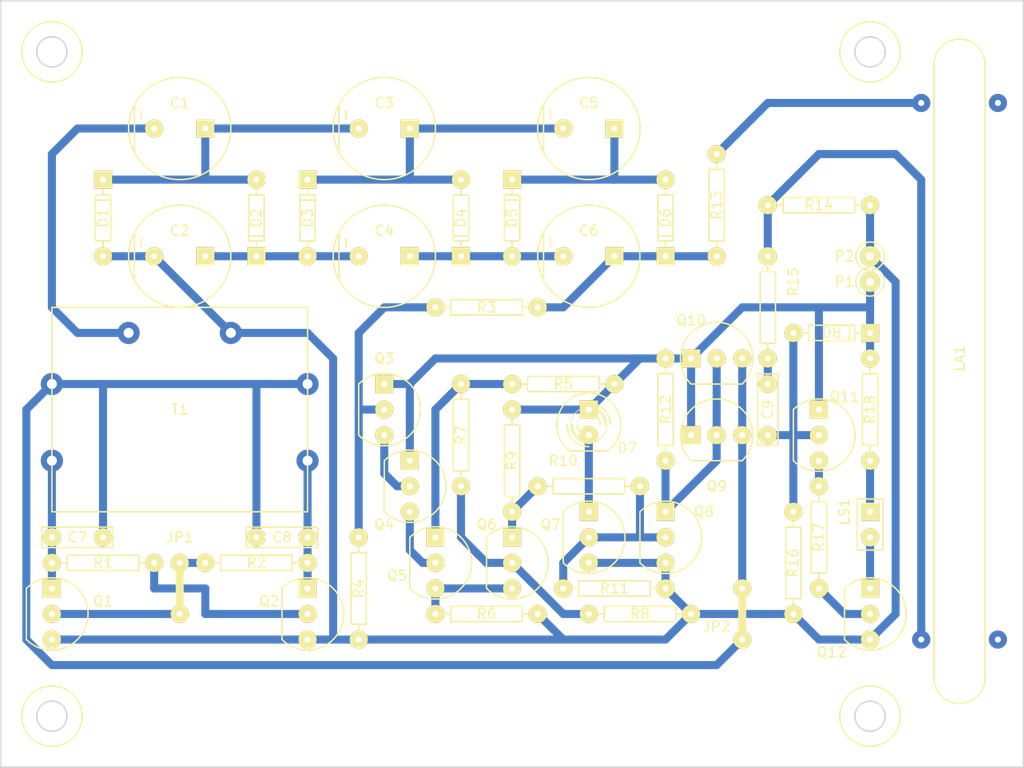
<source format=kicad_pcb>
(kicad_pcb (version 20171130) (host pcbnew 5.1.6+dfsg1-1~bpo10+1)

  (general
    (thickness 1.6)
    (drawings 4)
    (tracks 138)
    (zones 0)
    (modules 58)
    (nets 35)
  )

  (page A4)
  (layers
    (0 F.Cu signal)
    (31 B.Cu signal)
    (32 B.Adhes user)
    (33 F.Adhes user)
    (34 B.Paste user)
    (35 F.Paste user)
    (36 B.SilkS user)
    (37 F.SilkS user)
    (38 B.Mask user)
    (39 F.Mask user)
    (40 Dwgs.User user)
    (41 Cmts.User user)
    (42 Eco1.User user)
    (43 Eco2.User user)
    (44 Edge.Cuts user)
    (45 Margin user)
    (46 B.CrtYd user)
    (47 F.CrtYd user)
    (48 B.Fab user)
    (49 F.Fab user)
  )

  (setup
    (last_trace_width 0.8)
    (trace_clearance 0.2)
    (zone_clearance 0.508)
    (zone_45_only yes)
    (trace_min 0.2)
    (via_size 0.6)
    (via_drill 0.4)
    (via_min_size 0.4)
    (via_min_drill 0.3)
    (uvia_size 0.3)
    (uvia_drill 0.1)
    (uvias_allowed no)
    (uvia_min_size 0.2)
    (uvia_min_drill 0.1)
    (edge_width 0.15)
    (segment_width 0.2)
    (pcb_text_width 0.3)
    (pcb_text_size 1.5 1.5)
    (mod_edge_width 0.15)
    (mod_text_size 1 1)
    (mod_text_width 0.15)
    (pad_size 1.524 1.524)
    (pad_drill 0.762)
    (pad_to_mask_clearance 0.2)
    (aux_axis_origin 0 0)
    (visible_elements FFFFFF7F)
    (pcbplotparams
      (layerselection 0x00020_80000000)
      (usegerberextensions false)
      (usegerberattributes true)
      (usegerberadvancedattributes true)
      (creategerberjobfile true)
      (excludeedgelayer false)
      (linewidth 0.100000)
      (plotframeref false)
      (viasonmask false)
      (mode 1)
      (useauxorigin false)
      (hpglpennumber 1)
      (hpglpenspeed 20)
      (hpglpendiameter 15.000000)
      (psnegative false)
      (psa4output false)
      (plotreference true)
      (plotvalue false)
      (plotinvisibletext false)
      (padsonsilk false)
      (subtractmaskfromsilk false)
      (outputformat 2)
      (mirror false)
      (drillshape 2)
      (scaleselection 1)
      (outputdirectory ""))
  )

  (net 0 "")
  (net 1 "Net-(C1-Pad1)")
  (net 2 "Net-(C1-Pad2)")
  (net 3 "Net-(C2-Pad1)")
  (net 4 "Net-(C2-Pad2)")
  (net 5 "Net-(C3-Pad1)")
  (net 6 "Net-(C4-Pad1)")
  (net 7 "Net-(C5-Pad1)")
  (net 8 "Net-(C6-Pad1)")
  (net 9 "Net-(C7-Pad1)")
  (net 10 "Net-(C7-Pad2)")
  (net 11 "Net-(C8-Pad1)")
  (net 12 "Net-(C9-Pad1)")
  (net 13 "Net-(C9-Pad2)")
  (net 14 "Net-(D7-Pad1)")
  (net 15 "Net-(D7-Pad2)")
  (net 16 "Net-(LA1-Pad1)")
  (net 17 "Net-(LA1-Pad2)")
  (net 18 "Net-(LS1-Pad1)")
  (net 19 "Net-(LS1-Pad2)")
  (net 20 "Net-(JP1-Pad1)")
  (net 21 "Net-(JP1-Pad2)")
  (net 22 "Net-(JP2-Pad1)")
  (net 23 "Net-(Q2-Pad2)")
  (net 24 "Net-(Q3-Pad3)")
  (net 25 "Net-(Q3-Pad2)")
  (net 26 "Net-(Q4-Pad3)")
  (net 27 "Net-(Q5-Pad3)")
  (net 28 "Net-(Q5-Pad1)")
  (net 29 "Net-(Q6-Pad2)")
  (net 30 "Net-(Q6-Pad1)")
  (net 31 "Net-(Q7-Pad2)")
  (net 32 "Net-(Q10-Pad2)")
  (net 33 "Net-(Q11-Pad3)")
  (net 34 "Net-(Q12-Pad2)")

  (net_class Default "Ceci est la Netclass par défaut"
    (clearance 0.2)
    (trace_width 0.8)
    (via_dia 0.6)
    (via_drill 0.4)
    (uvia_dia 0.3)
    (uvia_drill 0.1)
    (add_net "Net-(C1-Pad1)")
    (add_net "Net-(C1-Pad2)")
    (add_net "Net-(C2-Pad1)")
    (add_net "Net-(C2-Pad2)")
    (add_net "Net-(C3-Pad1)")
    (add_net "Net-(C4-Pad1)")
    (add_net "Net-(C5-Pad1)")
    (add_net "Net-(C6-Pad1)")
    (add_net "Net-(C7-Pad1)")
    (add_net "Net-(C7-Pad2)")
    (add_net "Net-(C8-Pad1)")
    (add_net "Net-(C9-Pad1)")
    (add_net "Net-(C9-Pad2)")
    (add_net "Net-(D7-Pad1)")
    (add_net "Net-(D7-Pad2)")
    (add_net "Net-(JP1-Pad1)")
    (add_net "Net-(JP1-Pad2)")
    (add_net "Net-(JP2-Pad1)")
    (add_net "Net-(LA1-Pad1)")
    (add_net "Net-(LA1-Pad2)")
    (add_net "Net-(LS1-Pad1)")
    (add_net "Net-(LS1-Pad2)")
    (add_net "Net-(Q10-Pad2)")
    (add_net "Net-(Q11-Pad3)")
    (add_net "Net-(Q12-Pad2)")
    (add_net "Net-(Q2-Pad2)")
    (add_net "Net-(Q3-Pad2)")
    (add_net "Net-(Q3-Pad3)")
    (add_net "Net-(Q4-Pad3)")
    (add_net "Net-(Q5-Pad1)")
    (add_net "Net-(Q5-Pad3)")
    (add_net "Net-(Q6-Pad1)")
    (add_net "Net-(Q6-Pad2)")
    (add_net "Net-(Q7-Pad2)")
  )

  (module kicad:ENTRETOISE (layer F.Cu) (tedit 5F5F89AC) (tstamp 5F5F8AEE)
    (at 175.26 119.38)
    (fp_text reference REF** (at 0 -3.81) (layer F.SilkS) hide
      (effects (font (size 1 1) (thickness 0.15)))
    )
    (fp_text value ENTRETOISE (at 0 3.81) (layer F.Fab) hide
      (effects (font (size 1 1) (thickness 0.15)))
    )
    (fp_circle (center 0 0) (end 1.5 0) (layer Edge.Cuts) (width 0.15))
    (fp_circle (center 0 0) (end 3 0) (layer F.SilkS) (width 0.15))
  )

  (module kicad:ENTRETOISE (layer F.Cu) (tedit 5F5F89AC) (tstamp 5F5F8AEE)
    (at 175.26 53.34)
    (fp_text reference REF** (at 0 -3.81) (layer F.SilkS) hide
      (effects (font (size 1 1) (thickness 0.15)))
    )
    (fp_text value ENTRETOISE (at 0 3.81) (layer F.Fab) hide
      (effects (font (size 1 1) (thickness 0.15)))
    )
    (fp_circle (center 0 0) (end 1.5 0) (layer Edge.Cuts) (width 0.15))
    (fp_circle (center 0 0) (end 3 0) (layer F.SilkS) (width 0.15))
  )

  (module kicad:ENTRETOISE (layer F.Cu) (tedit 5F5F89AC) (tstamp 5F5F8AEE)
    (at 93.98 119.38)
    (fp_text reference REF** (at 0 -3.81) (layer F.SilkS) hide
      (effects (font (size 1 1) (thickness 0.15)))
    )
    (fp_text value ENTRETOISE (at 0 3.81) (layer F.Fab) hide
      (effects (font (size 1 1) (thickness 0.15)))
    )
    (fp_circle (center 0 0) (end 1.5 0) (layer Edge.Cuts) (width 0.15))
    (fp_circle (center 0 0) (end 3 0) (layer F.SilkS) (width 0.15))
  )

  (module kicad:ENTRETOISE (layer F.Cu) (tedit 5F5F89AC) (tstamp 5F5F8AD9)
    (at 93.98 53.34)
    (fp_text reference REF** (at 0 -3.81) (layer F.SilkS) hide
      (effects (font (size 1 1) (thickness 0.15)))
    )
    (fp_text value ENTRETOISE (at 0 3.81) (layer F.Fab) hide
      (effects (font (size 1 1) (thickness 0.15)))
    )
    (fp_circle (center 0 0) (end 1.5 0) (layer Edge.Cuts) (width 0.15))
    (fp_circle (center 0 0) (end 3 0) (layer F.SilkS) (width 0.15))
  )

  (module kicad:J302BG (layer F.Cu) (tedit 5C6DB796) (tstamp 5F5B8A90)
    (at 185.42 83.82 270)
    (path /5C0BF8F0)
    (fp_text reference LA1 (at 0 1.27 90) (layer F.SilkS)
      (effects (font (size 1 1) (thickness 0.15)))
    )
    (fp_text value GEIGER (at 0 0 90) (layer F.Fab)
      (effects (font (size 1 1) (thickness 0.15)))
    )
    (fp_line (start -29.21 -1.27) (end 31.75 -1.27) (layer F.SilkS) (width 0.15))
    (fp_line (start 31.75 3.81) (end -29.21 3.81) (layer F.SilkS) (width 0.15))
    (fp_arc (start 31.75 1.27) (end 31.75 -1.27) (angle 90) (layer F.SilkS) (width 0.15))
    (fp_arc (start 31.75 1.27) (end 34.29 1.27) (angle 90) (layer F.SilkS) (width 0.15))
    (fp_arc (start -29.21 1.27) (end -31.75 1.27) (angle 90) (layer F.SilkS) (width 0.15))
    (fp_arc (start -29.21 1.27) (end -29.21 3.81) (angle 90) (layer F.SilkS) (width 0.15))
    (pad 1 thru_hole circle (at -25.4 5.08 270) (size 1.8 1.8) (drill 0.6) (layers *.Cu *.Mask)
      (net 16 "Net-(LA1-Pad1)"))
    (pad 2 thru_hole circle (at 27.94 5.08 270) (size 1.8 1.8) (drill 0.6) (layers *.Cu *.Mask)
      (net 17 "Net-(LA1-Pad2)"))
    (pad 3 thru_hole circle (at 27.94 -2.54 270) (size 1.8 1.8) (drill 0.6) (layers *.Cu *.Mask))
    (pad 4 thru_hole circle (at -25.4 -2.54 270) (size 1.8 1.8) (drill 0.6) (layers *.Cu *.Mask))
  )

  (module kicad:TRANSFO_2S (layer F.Cu) (tedit 5F3AAC59) (tstamp 5F5B9012)
    (at 106.68 88.9 180)
    (path /59A7C02B)
    (fp_text reference T1 (at 0 0 180) (layer F.SilkS)
      (effects (font (size 1 1) (thickness 0.15)))
    )
    (fp_text value TRANSFO_2S (at 0 -7.62 180) (layer F.Fab) hide
      (effects (font (size 1 1) (thickness 0.15)))
    )
    (fp_line (start -12.7 10.16) (end -12.7 -10.16) (layer F.SilkS) (width 0.15))
    (fp_line (start 12.7 10.16) (end -12.7 10.16) (layer F.SilkS) (width 0.15))
    (fp_line (start 12.7 -10.16) (end 12.7 10.16) (layer F.SilkS) (width 0.15))
    (fp_line (start -12.7 -10.16) (end 12.7 -10.16) (layer F.SilkS) (width 0.15))
    (pad 6 thru_hole circle (at 12.7 -5.08 180) (size 2.2 2.2) (drill 1) (layers *.Cu *.Mask)
      (net 10 "Net-(C7-Pad2)"))
    (pad 5 thru_hole circle (at 12.7 2.54 180) (size 2.2 2.2) (drill 1) (layers *.Cu *.Mask)
      (net 9 "Net-(C7-Pad1)"))
    (pad 3 thru_hole circle (at -12.7 -5.08 180) (size 2.2 2.2) (drill 1) (layers *.Cu *.Mask)
      (net 11 "Net-(C8-Pad1)"))
    (pad 4 thru_hole circle (at -12.7 2.54 180) (size 2.2 2.2) (drill 1) (layers *.Cu *.Mask)
      (net 9 "Net-(C7-Pad1)"))
    (pad 2 thru_hole circle (at 5.08 7.62 180) (size 2.2 2.2) (drill 1) (layers *.Cu *.Mask)
      (net 2 "Net-(C1-Pad2)"))
    (pad 1 thru_hole circle (at -5.08 7.62 180) (size 2.2 2.2) (drill 1) (layers *.Cu *.Mask)
      (net 4 "Net-(C2-Pad2)"))
  )

  (module kicad:BR2 (layer F.Cu) (tedit 5C374027) (tstamp 5F5B9083)
    (at 106.68 106.68 270)
    (descr Breaker)
    (path /5C1E93DE)
    (autoplace_cost180 10)
    (fp_text reference JP1 (at -5.08 0) (layer F.SilkS)
      (effects (font (size 1 1) (thickness 0.15)))
    )
    (fp_text value BREAKER2 (at 0 -1.27 270) (layer F.SilkS) hide
      (effects (font (size 1.397 1.27) (thickness 0.2032)))
    )
    (fp_line (start -2.54 0) (end 2.54 0) (layer F.SilkS) (width 0.8))
    (pad 1 thru_hole circle (at -2.54 0 270) (size 1.80086 1.80086) (drill 0.59944) (layers *.Cu *.Mask F.SilkS)
      (net 20 "Net-(JP1-Pad1)"))
    (pad 2 thru_hole circle (at 2.54 0 270) (size 1.80086 1.80086) (drill 0.59944) (layers *.Cu *.Mask F.SilkS)
      (net 21 "Net-(JP1-Pad2)"))
  )

  (module kicad:BR2 (layer F.Cu) (tedit 5C48B03F) (tstamp 5F5B90BC)
    (at 162.56 109.22 270)
    (descr Breaker)
    (path /5C1E8ECE)
    (autoplace_cost180 10)
    (fp_text reference JP2 (at 1.27 2.54) (layer F.SilkS)
      (effects (font (size 1 1) (thickness 0.15)))
    )
    (fp_text value BREAKER2 (at 0 -1.27 270) (layer F.SilkS) hide
      (effects (font (size 1.397 1.27) (thickness 0.2032)))
    )
    (fp_line (start -2.54 0) (end 2.54 0) (layer F.SilkS) (width 0.8))
    (pad 1 thru_hole circle (at -2.54 0 270) (size 1.80086 1.80086) (drill 0.59944) (layers *.Cu *.Mask F.SilkS)
      (net 22 "Net-(JP2-Pad1)"))
    (pad 2 thru_hole circle (at 2.54 0 270) (size 1.80086 1.80086) (drill 0.59944) (layers *.Cu *.Mask F.SilkS)
      (net 9 "Net-(C7-Pad1)"))
  )

  (module kicad:PIN_ARRAY_2X1 (layer F.Cu) (tedit 5C3740DA) (tstamp 5F5B90D1)
    (at 175.26 100.33 270)
    (descr "Connecteurs 2 pins")
    (tags "CONN DEV")
    (path /5C0AA350)
    (fp_text reference LS1 (at -1.27 2.54 270) (layer F.SilkS)
      (effects (font (size 1 1) (thickness 0.15)))
    )
    (fp_text value Speaker (at 0 -1.905 270) (layer F.SilkS) hide
      (effects (font (size 0.762 0.762) (thickness 0.1524)))
    )
    (fp_line (start 2.54 1.27) (end -2.54 1.27) (layer F.SilkS) (width 0.1524))
    (fp_line (start 2.54 -1.27) (end 2.54 1.27) (layer F.SilkS) (width 0.1524))
    (fp_line (start -2.54 -1.27) (end 2.54 -1.27) (layer F.SilkS) (width 0.1524))
    (fp_line (start -2.54 1.27) (end -2.54 -1.27) (layer F.SilkS) (width 0.1524))
    (pad 1 thru_hole rect (at -1.27 0 270) (size 1.80086 1.80086) (drill 0.59944) (layers *.Cu *.Mask F.SilkS)
      (net 18 "Net-(LS1-Pad1)"))
    (pad 2 thru_hole circle (at 1.27 0 270) (size 1.80086 1.80086) (drill 0.59944) (layers *.Cu *.Mask F.SilkS)
      (net 19 "Net-(LS1-Pad2)"))
    (model pin_array/pins_array_2x1.wrl
      (at (xyz 0 0 0))
      (scale (xyz 1 1 1))
      (rotate (xyz 0 0 0))
    )
  )

  (module kicad:R4 (layer F.Cu) (tedit 5C4E0F96) (tstamp 5F5B909A)
    (at 154.94 88.9 270)
    (descr "Resitance 4 pas")
    (tags R)
    (path /5C4751B8)
    (autoplace_cost180 10)
    (fp_text reference R12 (at 0 0 270) (layer F.SilkS)
      (effects (font (size 1 1) (thickness 0.15)))
    )
    (fp_text value R (at -3.048 0 270) (layer F.SilkS) hide
      (effects (font (size 1 1) (thickness 0.15)))
    )
    (fp_line (start -3.556 -0.762) (end 3.556 -0.762) (layer F.SilkS) (width 0.15))
    (fp_line (start -3.556 0.762) (end 3.556 0.762) (layer F.SilkS) (width 0.15))
    (fp_line (start 3.556 0) (end 4.064 0) (layer F.SilkS) (width 0.15))
    (fp_line (start -3.556 0) (end -4.064 0) (layer F.SilkS) (width 0.15))
    (fp_line (start -3.556 -0.762) (end -3.556 0.762) (layer F.SilkS) (width 0.15))
    (fp_line (start 3.556 -0.762) (end 3.556 0.762) (layer F.SilkS) (width 0.15))
    (pad 1 thru_hole circle (at -5.08 0 270) (size 1.80086 1.80086) (drill 0.59944) (layers *.Cu *.Mask F.SilkS)
      (net 14 "Net-(D7-Pad1)"))
    (pad 2 thru_hole circle (at 5.08 0 270) (size 1.80086 1.80086) (drill 0.59944) (layers *.Cu *.Mask F.SilkS)
      (net 32 "Net-(Q10-Pad2)"))
    (model discret/resistor.wrl
      (at (xyz 0 0 0))
      (scale (xyz 0.4 0.4 0.4))
      (rotate (xyz 0 0 0))
    )
  )

  (module kicad:R4 (layer F.Cu) (tedit 5C4E0F96) (tstamp 5F5B90EE)
    (at 149.86 106.68)
    (descr "Resitance 4 pas")
    (tags R)
    (path /5C479730)
    (autoplace_cost180 10)
    (fp_text reference R11 (at 0 0) (layer F.SilkS)
      (effects (font (size 1 1) (thickness 0.15)))
    )
    (fp_text value R (at -3.048 0) (layer F.SilkS) hide
      (effects (font (size 1 1) (thickness 0.15)))
    )
    (fp_line (start -3.556 -0.762) (end 3.556 -0.762) (layer F.SilkS) (width 0.15))
    (fp_line (start -3.556 0.762) (end 3.556 0.762) (layer F.SilkS) (width 0.15))
    (fp_line (start 3.556 0) (end 4.064 0) (layer F.SilkS) (width 0.15))
    (fp_line (start -3.556 0) (end -4.064 0) (layer F.SilkS) (width 0.15))
    (fp_line (start -3.556 -0.762) (end -3.556 0.762) (layer F.SilkS) (width 0.15))
    (fp_line (start 3.556 -0.762) (end 3.556 0.762) (layer F.SilkS) (width 0.15))
    (pad 1 thru_hole circle (at -5.08 0) (size 1.80086 1.80086) (drill 0.59944) (layers *.Cu *.Mask F.SilkS)
      (net 31 "Net-(Q7-Pad2)"))
    (pad 2 thru_hole circle (at 5.08 0) (size 1.80086 1.80086) (drill 0.59944) (layers *.Cu *.Mask F.SilkS)
      (net 4 "Net-(C2-Pad2)"))
    (model discret/resistor.wrl
      (at (xyz 0 0 0))
      (scale (xyz 0.4 0.4 0.4))
      (rotate (xyz 0 0 0))
    )
  )

  (module kicad:R4 (layer F.Cu) (tedit 5C4E16A2) (tstamp 5F5B8AD0)
    (at 147.32 96.52)
    (descr "Resitance 4 pas")
    (tags R)
    (path /5C478A7E)
    (autoplace_cost180 10)
    (fp_text reference R10 (at -2.54 -2.54) (layer F.SilkS)
      (effects (font (size 1 1) (thickness 0.15)))
    )
    (fp_text value R (at -3.048 0) (layer F.SilkS) hide
      (effects (font (size 1 1) (thickness 0.15)))
    )
    (fp_line (start -3.556 -0.762) (end 3.556 -0.762) (layer F.SilkS) (width 0.15))
    (fp_line (start -3.556 0.762) (end 3.556 0.762) (layer F.SilkS) (width 0.15))
    (fp_line (start 3.556 0) (end 4.064 0) (layer F.SilkS) (width 0.15))
    (fp_line (start -3.556 0) (end -4.064 0) (layer F.SilkS) (width 0.15))
    (fp_line (start -3.556 -0.762) (end -3.556 0.762) (layer F.SilkS) (width 0.15))
    (fp_line (start 3.556 -0.762) (end 3.556 0.762) (layer F.SilkS) (width 0.15))
    (pad 1 thru_hole circle (at -5.08 0) (size 1.80086 1.80086) (drill 0.59944) (layers *.Cu *.Mask F.SilkS)
      (net 30 "Net-(Q6-Pad1)"))
    (pad 2 thru_hole circle (at 5.08 0) (size 1.80086 1.80086) (drill 0.59944) (layers *.Cu *.Mask F.SilkS)
      (net 31 "Net-(Q7-Pad2)"))
    (model discret/resistor.wrl
      (at (xyz 0 0 0))
      (scale (xyz 0.4 0.4 0.4))
      (rotate (xyz 0 0 0))
    )
  )

  (module kicad:R4 (layer F.Cu) (tedit 5C4E0F96) (tstamp 5F5B89F8)
    (at 139.7 93.98 270)
    (descr "Resitance 4 pas")
    (tags R)
    (path /5C47999D)
    (autoplace_cost180 10)
    (fp_text reference R9 (at 0 0 90) (layer F.SilkS)
      (effects (font (size 1 1) (thickness 0.15)))
    )
    (fp_text value R (at -3.048 0 90) (layer F.SilkS) hide
      (effects (font (size 1 1) (thickness 0.15)))
    )
    (fp_line (start -3.556 -0.762) (end 3.556 -0.762) (layer F.SilkS) (width 0.15))
    (fp_line (start -3.556 0.762) (end 3.556 0.762) (layer F.SilkS) (width 0.15))
    (fp_line (start 3.556 0) (end 4.064 0) (layer F.SilkS) (width 0.15))
    (fp_line (start -3.556 0) (end -4.064 0) (layer F.SilkS) (width 0.15))
    (fp_line (start -3.556 -0.762) (end -3.556 0.762) (layer F.SilkS) (width 0.15))
    (fp_line (start 3.556 -0.762) (end 3.556 0.762) (layer F.SilkS) (width 0.15))
    (pad 1 thru_hole circle (at -5.08 0 270) (size 1.80086 1.80086) (drill 0.59944) (layers *.Cu *.Mask F.SilkS)
      (net 14 "Net-(D7-Pad1)"))
    (pad 2 thru_hole circle (at 5.08 0 270) (size 1.80086 1.80086) (drill 0.59944) (layers *.Cu *.Mask F.SilkS)
      (net 30 "Net-(Q6-Pad1)"))
    (model discret/resistor.wrl
      (at (xyz 0 0 0))
      (scale (xyz 0.4 0.4 0.4))
      (rotate (xyz 0 0 0))
    )
  )

  (module kicad:R4 (layer F.Cu) (tedit 5C4E0F96) (tstamp 5F5B89D7)
    (at 152.4 109.22)
    (descr "Resitance 4 pas")
    (tags R)
    (path /5C473F8A)
    (autoplace_cost180 10)
    (fp_text reference R8 (at 0 0) (layer F.SilkS)
      (effects (font (size 1 1) (thickness 0.15)))
    )
    (fp_text value R (at -3.048 0) (layer F.SilkS) hide
      (effects (font (size 1 1) (thickness 0.15)))
    )
    (fp_line (start -3.556 -0.762) (end 3.556 -0.762) (layer F.SilkS) (width 0.15))
    (fp_line (start -3.556 0.762) (end 3.556 0.762) (layer F.SilkS) (width 0.15))
    (fp_line (start 3.556 0) (end 4.064 0) (layer F.SilkS) (width 0.15))
    (fp_line (start -3.556 0) (end -4.064 0) (layer F.SilkS) (width 0.15))
    (fp_line (start -3.556 -0.762) (end -3.556 0.762) (layer F.SilkS) (width 0.15))
    (fp_line (start 3.556 -0.762) (end 3.556 0.762) (layer F.SilkS) (width 0.15))
    (pad 1 thru_hole circle (at -5.08 0) (size 1.80086 1.80086) (drill 0.59944) (layers *.Cu *.Mask F.SilkS)
      (net 29 "Net-(Q6-Pad2)"))
    (pad 2 thru_hole circle (at 5.08 0) (size 1.80086 1.80086) (drill 0.59944) (layers *.Cu *.Mask F.SilkS)
      (net 4 "Net-(C2-Pad2)"))
    (model discret/resistor.wrl
      (at (xyz 0 0 0))
      (scale (xyz 0.4 0.4 0.4))
      (rotate (xyz 0 0 0))
    )
  )

  (module kicad:R4 (layer F.Cu) (tedit 5C4E0F96) (tstamp 5F5B8AF1)
    (at 99.06 104.14 180)
    (descr "Resitance 4 pas")
    (tags R)
    (path /59A7C09F)
    (autoplace_cost180 10)
    (fp_text reference R1 (at 0 0 180) (layer F.SilkS)
      (effects (font (size 1 1) (thickness 0.15)))
    )
    (fp_text value R (at -3.048 0 180) (layer F.SilkS) hide
      (effects (font (size 1 1) (thickness 0.15)))
    )
    (fp_line (start -3.556 -0.762) (end 3.556 -0.762) (layer F.SilkS) (width 0.15))
    (fp_line (start -3.556 0.762) (end 3.556 0.762) (layer F.SilkS) (width 0.15))
    (fp_line (start 3.556 0) (end 4.064 0) (layer F.SilkS) (width 0.15))
    (fp_line (start -3.556 0) (end -4.064 0) (layer F.SilkS) (width 0.15))
    (fp_line (start -3.556 -0.762) (end -3.556 0.762) (layer F.SilkS) (width 0.15))
    (fp_line (start 3.556 -0.762) (end 3.556 0.762) (layer F.SilkS) (width 0.15))
    (pad 1 thru_hole circle (at -5.08 0 180) (size 1.80086 1.80086) (drill 0.59944) (layers *.Cu *.Mask F.SilkS)
      (net 23 "Net-(Q2-Pad2)"))
    (pad 2 thru_hole circle (at 5.08 0 180) (size 1.80086 1.80086) (drill 0.59944) (layers *.Cu *.Mask F.SilkS)
      (net 10 "Net-(C7-Pad2)"))
    (model discret/resistor.wrl
      (at (xyz 0 0 0))
      (scale (xyz 0.4 0.4 0.4))
      (rotate (xyz 0 0 0))
    )
  )

  (module kicad:R4 (layer F.Cu) (tedit 5C4E0F96) (tstamp 5F5B8902)
    (at 114.3 104.14 180)
    (descr "Resitance 4 pas")
    (tags R)
    (path /59A7C0C8)
    (autoplace_cost180 10)
    (fp_text reference R2 (at 0 0 180) (layer F.SilkS)
      (effects (font (size 1 1) (thickness 0.15)))
    )
    (fp_text value R (at -3.048 0 180) (layer F.SilkS) hide
      (effects (font (size 1 1) (thickness 0.15)))
    )
    (fp_line (start -3.556 -0.762) (end 3.556 -0.762) (layer F.SilkS) (width 0.15))
    (fp_line (start -3.556 0.762) (end 3.556 0.762) (layer F.SilkS) (width 0.15))
    (fp_line (start 3.556 0) (end 4.064 0) (layer F.SilkS) (width 0.15))
    (fp_line (start -3.556 0) (end -4.064 0) (layer F.SilkS) (width 0.15))
    (fp_line (start -3.556 -0.762) (end -3.556 0.762) (layer F.SilkS) (width 0.15))
    (fp_line (start 3.556 -0.762) (end 3.556 0.762) (layer F.SilkS) (width 0.15))
    (pad 1 thru_hole circle (at -5.08 0 180) (size 1.80086 1.80086) (drill 0.59944) (layers *.Cu *.Mask F.SilkS)
      (net 11 "Net-(C8-Pad1)"))
    (pad 2 thru_hole circle (at 5.08 0 180) (size 1.80086 1.80086) (drill 0.59944) (layers *.Cu *.Mask F.SilkS)
      (net 20 "Net-(JP1-Pad1)"))
    (model discret/resistor.wrl
      (at (xyz 0 0 0))
      (scale (xyz 0.4 0.4 0.4))
      (rotate (xyz 0 0 0))
    )
  )

  (module kicad:R4 (layer F.Cu) (tedit 5C4E0F96) (tstamp 5F5B89B6)
    (at 137.16 78.74 180)
    (descr "Resitance 4 pas")
    (tags R)
    (path /5C0A889A)
    (autoplace_cost180 10)
    (fp_text reference R3 (at 0 0 180) (layer F.SilkS)
      (effects (font (size 1 1) (thickness 0.15)))
    )
    (fp_text value R (at -3.048 0 180) (layer F.SilkS) hide
      (effects (font (size 1 1) (thickness 0.15)))
    )
    (fp_line (start -3.556 -0.762) (end 3.556 -0.762) (layer F.SilkS) (width 0.15))
    (fp_line (start -3.556 0.762) (end 3.556 0.762) (layer F.SilkS) (width 0.15))
    (fp_line (start 3.556 0) (end 4.064 0) (layer F.SilkS) (width 0.15))
    (fp_line (start -3.556 0) (end -4.064 0) (layer F.SilkS) (width 0.15))
    (fp_line (start -3.556 -0.762) (end -3.556 0.762) (layer F.SilkS) (width 0.15))
    (fp_line (start 3.556 -0.762) (end 3.556 0.762) (layer F.SilkS) (width 0.15))
    (pad 1 thru_hole circle (at -5.08 0 180) (size 1.80086 1.80086) (drill 0.59944) (layers *.Cu *.Mask F.SilkS)
      (net 8 "Net-(C6-Pad1)"))
    (pad 2 thru_hole circle (at 5.08 0 180) (size 1.80086 1.80086) (drill 0.59944) (layers *.Cu *.Mask F.SilkS)
      (net 25 "Net-(Q3-Pad2)"))
    (model discret/resistor.wrl
      (at (xyz 0 0 0))
      (scale (xyz 0.4 0.4 0.4))
      (rotate (xyz 0 0 0))
    )
  )

  (module kicad:R4 (layer F.Cu) (tedit 5C4E0F96) (tstamp 5F5B8D19)
    (at 124.46 106.68 270)
    (descr "Resitance 4 pas")
    (tags R)
    (path /5C0A8937)
    (autoplace_cost180 10)
    (fp_text reference R4 (at 0 0 270) (layer F.SilkS)
      (effects (font (size 1 1) (thickness 0.15)))
    )
    (fp_text value R (at -3.048 0 270) (layer F.SilkS) hide
      (effects (font (size 1 1) (thickness 0.15)))
    )
    (fp_line (start -3.556 -0.762) (end 3.556 -0.762) (layer F.SilkS) (width 0.15))
    (fp_line (start -3.556 0.762) (end 3.556 0.762) (layer F.SilkS) (width 0.15))
    (fp_line (start 3.556 0) (end 4.064 0) (layer F.SilkS) (width 0.15))
    (fp_line (start -3.556 0) (end -4.064 0) (layer F.SilkS) (width 0.15))
    (fp_line (start -3.556 -0.762) (end -3.556 0.762) (layer F.SilkS) (width 0.15))
    (fp_line (start 3.556 -0.762) (end 3.556 0.762) (layer F.SilkS) (width 0.15))
    (pad 1 thru_hole circle (at -5.08 0 270) (size 1.80086 1.80086) (drill 0.59944) (layers *.Cu *.Mask F.SilkS)
      (net 25 "Net-(Q3-Pad2)"))
    (pad 2 thru_hole circle (at 5.08 0 270) (size 1.80086 1.80086) (drill 0.59944) (layers *.Cu *.Mask F.SilkS)
      (net 4 "Net-(C2-Pad2)"))
    (model discret/resistor.wrl
      (at (xyz 0 0 0))
      (scale (xyz 0.4 0.4 0.4))
      (rotate (xyz 0 0 0))
    )
  )

  (module kicad:R4 (layer F.Cu) (tedit 5C4E0F96) (tstamp 5F5B8C2C)
    (at 144.78 86.36 180)
    (descr "Resitance 4 pas")
    (tags R)
    (path /5C0A9466)
    (autoplace_cost180 10)
    (fp_text reference R5 (at 0 0 180) (layer F.SilkS)
      (effects (font (size 1 1) (thickness 0.15)))
    )
    (fp_text value R (at -3.048 0 180) (layer F.SilkS) hide
      (effects (font (size 1 1) (thickness 0.15)))
    )
    (fp_line (start -3.556 -0.762) (end 3.556 -0.762) (layer F.SilkS) (width 0.15))
    (fp_line (start -3.556 0.762) (end 3.556 0.762) (layer F.SilkS) (width 0.15))
    (fp_line (start 3.556 0) (end 4.064 0) (layer F.SilkS) (width 0.15))
    (fp_line (start -3.556 0) (end -4.064 0) (layer F.SilkS) (width 0.15))
    (fp_line (start -3.556 -0.762) (end -3.556 0.762) (layer F.SilkS) (width 0.15))
    (fp_line (start 3.556 -0.762) (end 3.556 0.762) (layer F.SilkS) (width 0.15))
    (pad 1 thru_hole circle (at -5.08 0 180) (size 1.80086 1.80086) (drill 0.59944) (layers *.Cu *.Mask F.SilkS)
      (net 14 "Net-(D7-Pad1)"))
    (pad 2 thru_hole circle (at 5.08 0 180) (size 1.80086 1.80086) (drill 0.59944) (layers *.Cu *.Mask F.SilkS)
      (net 28 "Net-(Q5-Pad1)"))
    (model discret/resistor.wrl
      (at (xyz 0 0 0))
      (scale (xyz 0.4 0.4 0.4))
      (rotate (xyz 0 0 0))
    )
  )

  (module kicad:R4 (layer F.Cu) (tedit 5C4E0F96) (tstamp 5F5B8EEA)
    (at 137.16 109.22)
    (descr "Resitance 4 pas")
    (tags R)
    (path /5C28F425)
    (autoplace_cost180 10)
    (fp_text reference R6 (at 0 0) (layer F.SilkS)
      (effects (font (size 1 1) (thickness 0.15)))
    )
    (fp_text value R (at -3.048 0) (layer F.SilkS) hide
      (effects (font (size 1 1) (thickness 0.15)))
    )
    (fp_line (start -3.556 -0.762) (end 3.556 -0.762) (layer F.SilkS) (width 0.15))
    (fp_line (start -3.556 0.762) (end 3.556 0.762) (layer F.SilkS) (width 0.15))
    (fp_line (start 3.556 0) (end 4.064 0) (layer F.SilkS) (width 0.15))
    (fp_line (start -3.556 0) (end -4.064 0) (layer F.SilkS) (width 0.15))
    (fp_line (start -3.556 -0.762) (end -3.556 0.762) (layer F.SilkS) (width 0.15))
    (fp_line (start 3.556 -0.762) (end 3.556 0.762) (layer F.SilkS) (width 0.15))
    (pad 1 thru_hole circle (at -5.08 0) (size 1.80086 1.80086) (drill 0.59944) (layers *.Cu *.Mask F.SilkS)
      (net 27 "Net-(Q5-Pad3)"))
    (pad 2 thru_hole circle (at 5.08 0) (size 1.80086 1.80086) (drill 0.59944) (layers *.Cu *.Mask F.SilkS)
      (net 4 "Net-(C2-Pad2)"))
    (model discret/resistor.wrl
      (at (xyz 0 0 0))
      (scale (xyz 0.4 0.4 0.4))
      (rotate (xyz 0 0 0))
    )
  )

  (module kicad:R4 (layer F.Cu) (tedit 5C4E0F96) (tstamp 5F5B8923)
    (at 134.62 91.44 270)
    (descr "Resitance 4 pas")
    (tags R)
    (path /5C0AA50F)
    (autoplace_cost180 10)
    (fp_text reference R7 (at 0 0 270) (layer F.SilkS)
      (effects (font (size 1 1) (thickness 0.15)))
    )
    (fp_text value R (at -3.048 0 270) (layer F.SilkS) hide
      (effects (font (size 1 1) (thickness 0.15)))
    )
    (fp_line (start -3.556 -0.762) (end 3.556 -0.762) (layer F.SilkS) (width 0.15))
    (fp_line (start -3.556 0.762) (end 3.556 0.762) (layer F.SilkS) (width 0.15))
    (fp_line (start 3.556 0) (end 4.064 0) (layer F.SilkS) (width 0.15))
    (fp_line (start -3.556 0) (end -4.064 0) (layer F.SilkS) (width 0.15))
    (fp_line (start -3.556 -0.762) (end -3.556 0.762) (layer F.SilkS) (width 0.15))
    (fp_line (start 3.556 -0.762) (end 3.556 0.762) (layer F.SilkS) (width 0.15))
    (pad 1 thru_hole circle (at -5.08 0 270) (size 1.80086 1.80086) (drill 0.59944) (layers *.Cu *.Mask F.SilkS)
      (net 28 "Net-(Q5-Pad1)"))
    (pad 2 thru_hole circle (at 5.08 0 270) (size 1.80086 1.80086) (drill 0.59944) (layers *.Cu *.Mask F.SilkS)
      (net 29 "Net-(Q6-Pad2)"))
    (model discret/resistor.wrl
      (at (xyz 0 0 0))
      (scale (xyz 0.4 0.4 0.4))
      (rotate (xyz 0 0 0))
    )
  )

  (module kicad:R4 (layer F.Cu) (tedit 5C4E0F96) (tstamp 5F5B8B12)
    (at 160.02 68.58 270)
    (descr "Resitance 4 pas")
    (tags R)
    (path /5C0AE215)
    (autoplace_cost180 10)
    (fp_text reference R13 (at 0 0 270) (layer F.SilkS)
      (effects (font (size 1 1) (thickness 0.15)))
    )
    (fp_text value R (at -3.048 0 270) (layer F.SilkS) hide
      (effects (font (size 1 1) (thickness 0.15)))
    )
    (fp_line (start -3.556 -0.762) (end 3.556 -0.762) (layer F.SilkS) (width 0.15))
    (fp_line (start -3.556 0.762) (end 3.556 0.762) (layer F.SilkS) (width 0.15))
    (fp_line (start 3.556 0) (end 4.064 0) (layer F.SilkS) (width 0.15))
    (fp_line (start -3.556 0) (end -4.064 0) (layer F.SilkS) (width 0.15))
    (fp_line (start -3.556 -0.762) (end -3.556 0.762) (layer F.SilkS) (width 0.15))
    (fp_line (start 3.556 -0.762) (end 3.556 0.762) (layer F.SilkS) (width 0.15))
    (pad 1 thru_hole circle (at -5.08 0 270) (size 1.80086 1.80086) (drill 0.59944) (layers *.Cu *.Mask F.SilkS)
      (net 16 "Net-(LA1-Pad1)"))
    (pad 2 thru_hole circle (at 5.08 0 270) (size 1.80086 1.80086) (drill 0.59944) (layers *.Cu *.Mask F.SilkS)
      (net 8 "Net-(C6-Pad1)"))
    (model discret/resistor.wrl
      (at (xyz 0 0 0))
      (scale (xyz 0.4 0.4 0.4))
      (rotate (xyz 0 0 0))
    )
  )

  (module kicad:R4 (layer F.Cu) (tedit 5C4E0F96) (tstamp 5F5B8C4D)
    (at 170.18 68.58)
    (descr "Resitance 4 pas")
    (tags R)
    (path /5C0AE388)
    (autoplace_cost180 10)
    (fp_text reference R14 (at 0 0) (layer F.SilkS)
      (effects (font (size 1 1) (thickness 0.15)))
    )
    (fp_text value R (at -3.048 0) (layer F.SilkS) hide
      (effects (font (size 1 1) (thickness 0.15)))
    )
    (fp_line (start -3.556 -0.762) (end 3.556 -0.762) (layer F.SilkS) (width 0.15))
    (fp_line (start -3.556 0.762) (end 3.556 0.762) (layer F.SilkS) (width 0.15))
    (fp_line (start 3.556 0) (end 4.064 0) (layer F.SilkS) (width 0.15))
    (fp_line (start -3.556 0) (end -4.064 0) (layer F.SilkS) (width 0.15))
    (fp_line (start -3.556 -0.762) (end -3.556 0.762) (layer F.SilkS) (width 0.15))
    (fp_line (start 3.556 -0.762) (end 3.556 0.762) (layer F.SilkS) (width 0.15))
    (pad 1 thru_hole circle (at -5.08 0) (size 1.80086 1.80086) (drill 0.59944) (layers *.Cu *.Mask F.SilkS)
      (net 17 "Net-(LA1-Pad2)"))
    (pad 2 thru_hole circle (at 5.08 0) (size 1.80086 1.80086) (drill 0.59944) (layers *.Cu *.Mask F.SilkS)
      (net 4 "Net-(C2-Pad2)"))
    (model discret/resistor.wrl
      (at (xyz 0 0 0))
      (scale (xyz 0.4 0.4 0.4))
      (rotate (xyz 0 0 0))
    )
  )

  (module kicad:R4 (layer F.Cu) (tedit 5C4E16B8) (tstamp 5F5B8E0C)
    (at 165.1 78.74 90)
    (descr "Resitance 4 pas")
    (tags R)
    (path /5C0AE4ED)
    (autoplace_cost180 10)
    (fp_text reference R15 (at 2.54 2.54 90) (layer F.SilkS)
      (effects (font (size 1 1) (thickness 0.15)))
    )
    (fp_text value R (at -3.048 0 90) (layer F.SilkS) hide
      (effects (font (size 1 1) (thickness 0.15)))
    )
    (fp_line (start -3.556 -0.762) (end 3.556 -0.762) (layer F.SilkS) (width 0.15))
    (fp_line (start -3.556 0.762) (end 3.556 0.762) (layer F.SilkS) (width 0.15))
    (fp_line (start 3.556 0) (end 4.064 0) (layer F.SilkS) (width 0.15))
    (fp_line (start -3.556 0) (end -4.064 0) (layer F.SilkS) (width 0.15))
    (fp_line (start -3.556 -0.762) (end -3.556 0.762) (layer F.SilkS) (width 0.15))
    (fp_line (start 3.556 -0.762) (end 3.556 0.762) (layer F.SilkS) (width 0.15))
    (pad 1 thru_hole circle (at -5.08 0 90) (size 1.80086 1.80086) (drill 0.59944) (layers *.Cu *.Mask F.SilkS)
      (net 13 "Net-(C9-Pad2)"))
    (pad 2 thru_hole circle (at 5.08 0 90) (size 1.80086 1.80086) (drill 0.59944) (layers *.Cu *.Mask F.SilkS)
      (net 17 "Net-(LA1-Pad2)"))
    (model discret/resistor.wrl
      (at (xyz 0 0 0))
      (scale (xyz 0.4 0.4 0.4))
      (rotate (xyz 0 0 0))
    )
  )

  (module kicad:R4 (layer F.Cu) (tedit 5C4E0F96) (tstamp 5F5B897D)
    (at 167.64 104.14 270)
    (descr "Resitance 4 pas")
    (tags R)
    (path /5C0AE614)
    (autoplace_cost180 10)
    (fp_text reference R16 (at 0 0 270) (layer F.SilkS)
      (effects (font (size 1 1) (thickness 0.15)))
    )
    (fp_text value R (at -3.048 0 270) (layer F.SilkS) hide
      (effects (font (size 1 1) (thickness 0.15)))
    )
    (fp_line (start -3.556 -0.762) (end 3.556 -0.762) (layer F.SilkS) (width 0.15))
    (fp_line (start -3.556 0.762) (end 3.556 0.762) (layer F.SilkS) (width 0.15))
    (fp_line (start 3.556 0) (end 4.064 0) (layer F.SilkS) (width 0.15))
    (fp_line (start -3.556 0) (end -4.064 0) (layer F.SilkS) (width 0.15))
    (fp_line (start -3.556 -0.762) (end -3.556 0.762) (layer F.SilkS) (width 0.15))
    (fp_line (start 3.556 -0.762) (end 3.556 0.762) (layer F.SilkS) (width 0.15))
    (pad 1 thru_hole circle (at -5.08 0 270) (size 1.80086 1.80086) (drill 0.59944) (layers *.Cu *.Mask F.SilkS)
      (net 12 "Net-(C9-Pad1)"))
    (pad 2 thru_hole circle (at 5.08 0 270) (size 1.80086 1.80086) (drill 0.59944) (layers *.Cu *.Mask F.SilkS)
      (net 4 "Net-(C2-Pad2)"))
    (model discret/resistor.wrl
      (at (xyz 0 0 0))
      (scale (xyz 0.4 0.4 0.4))
      (rotate (xyz 0 0 0))
    )
  )

  (module kicad:R4 (layer F.Cu) (tedit 5C4E0F96) (tstamp 5F5B8EC6)
    (at 170.18 101.6 270)
    (descr "Resitance 4 pas")
    (tags R)
    (path /5C0AEB4B)
    (autoplace_cost180 10)
    (fp_text reference R17 (at 0 0 270) (layer F.SilkS)
      (effects (font (size 1 1) (thickness 0.15)))
    )
    (fp_text value R (at -3.048 0 270) (layer F.SilkS) hide
      (effects (font (size 1 1) (thickness 0.15)))
    )
    (fp_line (start -3.556 -0.762) (end 3.556 -0.762) (layer F.SilkS) (width 0.15))
    (fp_line (start -3.556 0.762) (end 3.556 0.762) (layer F.SilkS) (width 0.15))
    (fp_line (start 3.556 0) (end 4.064 0) (layer F.SilkS) (width 0.15))
    (fp_line (start -3.556 0) (end -4.064 0) (layer F.SilkS) (width 0.15))
    (fp_line (start -3.556 -0.762) (end -3.556 0.762) (layer F.SilkS) (width 0.15))
    (fp_line (start 3.556 -0.762) (end 3.556 0.762) (layer F.SilkS) (width 0.15))
    (pad 1 thru_hole circle (at -5.08 0 270) (size 1.80086 1.80086) (drill 0.59944) (layers *.Cu *.Mask F.SilkS)
      (net 33 "Net-(Q11-Pad3)"))
    (pad 2 thru_hole circle (at 5.08 0 270) (size 1.80086 1.80086) (drill 0.59944) (layers *.Cu *.Mask F.SilkS)
      (net 34 "Net-(Q12-Pad2)"))
    (model discret/resistor.wrl
      (at (xyz 0 0 0))
      (scale (xyz 0.4 0.4 0.4))
      (rotate (xyz 0 0 0))
    )
  )

  (module kicad:R4 (layer F.Cu) (tedit 5C4E0F96) (tstamp 5F5B8A19)
    (at 175.26 88.9 270)
    (descr "Resitance 4 pas")
    (tags R)
    (path /5C0AEC9A)
    (autoplace_cost180 10)
    (fp_text reference R18 (at 0 0 270) (layer F.SilkS)
      (effects (font (size 1 1) (thickness 0.15)))
    )
    (fp_text value R (at -3.048 0 270) (layer F.SilkS) hide
      (effects (font (size 1 1) (thickness 0.15)))
    )
    (fp_line (start -3.556 -0.762) (end 3.556 -0.762) (layer F.SilkS) (width 0.15))
    (fp_line (start -3.556 0.762) (end 3.556 0.762) (layer F.SilkS) (width 0.15))
    (fp_line (start 3.556 0) (end 4.064 0) (layer F.SilkS) (width 0.15))
    (fp_line (start -3.556 0) (end -4.064 0) (layer F.SilkS) (width 0.15))
    (fp_line (start -3.556 -0.762) (end -3.556 0.762) (layer F.SilkS) (width 0.15))
    (fp_line (start 3.556 -0.762) (end 3.556 0.762) (layer F.SilkS) (width 0.15))
    (pad 1 thru_hole circle (at -5.08 0 270) (size 1.80086 1.80086) (drill 0.59944) (layers *.Cu *.Mask F.SilkS)
      (net 14 "Net-(D7-Pad1)"))
    (pad 2 thru_hole circle (at 5.08 0 270) (size 1.80086 1.80086) (drill 0.59944) (layers *.Cu *.Mask F.SilkS)
      (net 18 "Net-(LS1-Pad1)"))
    (model discret/resistor.wrl
      (at (xyz 0 0 0))
      (scale (xyz 0.4 0.4 0.4))
      (rotate (xyz 0 0 0))
    )
  )

  (module kicad:C2 (layer F.Cu) (tedit 5C4E1294) (tstamp 5F5B8B85)
    (at 165.1 88.9 90)
    (descr "Condensateur = 2 pas")
    (tags C)
    (path /5C0AED58)
    (fp_text reference C9 (at 0 0 90) (layer F.SilkS)
      (effects (font (size 1 1) (thickness 0.15)))
    )
    (fp_text value C (at -1.27 0 90) (layer F.SilkS) hide
      (effects (font (size 1.016 1.016) (thickness 0.2032)))
    )
    (fp_line (start -3.556 1.016) (end -3.556 -1.016) (layer F.SilkS) (width 0.15))
    (fp_line (start 3.556 1.016) (end -3.556 1.016) (layer F.SilkS) (width 0.15))
    (fp_line (start 3.556 -1.016) (end 3.556 1.016) (layer F.SilkS) (width 0.15))
    (fp_line (start -3.556 -1.016) (end 3.556 -1.016) (layer F.SilkS) (width 0.15))
    (pad 1 thru_hole circle (at -2.54 0 90) (size 1.80086 1.80086) (drill 0.59944) (layers *.Cu *.Mask F.SilkS)
      (net 12 "Net-(C9-Pad1)"))
    (pad 2 thru_hole circle (at 2.54 0 90) (size 1.80086 1.80086) (drill 0.59944) (layers *.Cu *.Mask F.SilkS)
      (net 13 "Net-(C9-Pad2)"))
    (model discret/capa_2pas_5x5mm.wrl
      (at (xyz 0 0 0))
      (scale (xyz 1 1 1))
      (rotate (xyz 0 0 0))
    )
  )

  (module kicad:C2 (layer F.Cu) (tedit 5C4E1294) (tstamp 5F5B8AB3)
    (at 116.84 101.6 180)
    (descr "Condensateur = 2 pas")
    (tags C)
    (path /5C0B103A)
    (fp_text reference C8 (at 0 0) (layer F.SilkS)
      (effects (font (size 1 1) (thickness 0.15)))
    )
    (fp_text value C (at -1.27 0) (layer F.SilkS) hide
      (effects (font (size 1.016 1.016) (thickness 0.2032)))
    )
    (fp_line (start -3.556 1.016) (end -3.556 -1.016) (layer F.SilkS) (width 0.15))
    (fp_line (start 3.556 1.016) (end -3.556 1.016) (layer F.SilkS) (width 0.15))
    (fp_line (start 3.556 -1.016) (end 3.556 1.016) (layer F.SilkS) (width 0.15))
    (fp_line (start -3.556 -1.016) (end 3.556 -1.016) (layer F.SilkS) (width 0.15))
    (pad 1 thru_hole circle (at -2.54 0 180) (size 1.80086 1.80086) (drill 0.59944) (layers *.Cu *.Mask F.SilkS)
      (net 11 "Net-(C8-Pad1)"))
    (pad 2 thru_hole circle (at 2.54 0 180) (size 1.80086 1.80086) (drill 0.59944) (layers *.Cu *.Mask F.SilkS)
      (net 9 "Net-(C7-Pad1)"))
    (model discret/capa_2pas_5x5mm.wrl
      (at (xyz 0 0 0))
      (scale (xyz 1 1 1))
      (rotate (xyz 0 0 0))
    )
  )

  (module kicad:C2 (layer F.Cu) (tedit 5C4E1294) (tstamp 5F5B8B40)
    (at 96.52 101.6 180)
    (descr "Condensateur = 2 pas")
    (tags C)
    (path /5C0B10DE)
    (fp_text reference C7 (at 0 0) (layer F.SilkS)
      (effects (font (size 1 1) (thickness 0.15)))
    )
    (fp_text value C (at -1.27 0) (layer F.SilkS) hide
      (effects (font (size 1.016 1.016) (thickness 0.2032)))
    )
    (fp_line (start -3.556 1.016) (end -3.556 -1.016) (layer F.SilkS) (width 0.15))
    (fp_line (start 3.556 1.016) (end -3.556 1.016) (layer F.SilkS) (width 0.15))
    (fp_line (start 3.556 -1.016) (end 3.556 1.016) (layer F.SilkS) (width 0.15))
    (fp_line (start -3.556 -1.016) (end 3.556 -1.016) (layer F.SilkS) (width 0.15))
    (pad 1 thru_hole circle (at -2.54 0 180) (size 1.80086 1.80086) (drill 0.59944) (layers *.Cu *.Mask F.SilkS)
      (net 9 "Net-(C7-Pad1)"))
    (pad 2 thru_hole circle (at 2.54 0 180) (size 1.80086 1.80086) (drill 0.59944) (layers *.Cu *.Mask F.SilkS)
      (net 10 "Net-(C7-Pad2)"))
    (model discret/capa_2pas_5x5mm.wrl
      (at (xyz 0 0 0))
      (scale (xyz 1 1 1))
      (rotate (xyz 0 0 0))
    )
  )

  (module kicad:LED-5MM (layer F.Cu) (tedit 5C4E1738) (tstamp 5F5B8B60)
    (at 147.32 90.17 270)
    (descr "LED 5mm - Lead pitch 100mil (2,54mm)")
    (tags "LED led 5mm 5MM 100mil 2,54mm")
    (path /5C0B3260)
    (fp_text reference D7 (at 2.54 -3.81 180) (layer F.SilkS)
      (effects (font (size 1 1) (thickness 0.15)))
    )
    (fp_text value LED (at 0 3.81 270) (layer F.SilkS) hide
      (effects (font (size 1 1) (thickness 0.15)))
    )
    (fp_circle (center 0.254 0) (end -1.016 1.27) (layer F.SilkS) (width 0.0762))
    (fp_line (start 2.8448 1.905) (end 2.8448 -1.905) (layer F.SilkS) (width 0.15))
    (fp_arc (start 0.254 0) (end 2.794 1.905) (angle 286.2) (layer F.SilkS) (width 0.15))
    (fp_arc (start 0.254 0) (end -0.889 0) (angle 90) (layer F.SilkS) (width 0.1524))
    (fp_arc (start 0.254 0) (end 1.397 0) (angle 90) (layer F.SilkS) (width 0.1524))
    (fp_arc (start 0.254 0) (end -1.397 0) (angle 90) (layer F.SilkS) (width 0.1524))
    (fp_arc (start 0.254 0) (end 1.905 0) (angle 90) (layer F.SilkS) (width 0.1524))
    (fp_arc (start 0.254 0) (end -1.905 0) (angle 90) (layer F.SilkS) (width 0.1524))
    (fp_arc (start 0.254 0) (end 2.413 0) (angle 90) (layer F.SilkS) (width 0.1524))
    (pad 1 thru_hole rect (at -1.27 0 270) (size 1.80086 1.80086) (drill 0.59944) (layers *.Cu F.Paste F.SilkS F.Mask)
      (net 14 "Net-(D7-Pad1)"))
    (pad 2 thru_hole circle (at 1.27 0 270) (size 1.80086 1.80086) (drill 0.59944) (layers *.Cu F.Paste F.SilkS F.Mask)
      (net 15 "Net-(D7-Pad2)"))
    (model discret/leds/led5_vertical_verde.wrl
      (at (xyz 0 0 0))
      (scale (xyz 1 1 1))
      (rotate (xyz 0 0 0))
    )
  )

  (module kicad:CP2 (layer F.Cu) (tedit 5C4E1805) (tstamp 5F5B8A37)
    (at 106.68 73.66 90)
    (descr "Capacitor, pol, cyl 5x11mm")
    (path /59A7C243)
    (fp_text reference C2 (at 2.54 0 180) (layer F.SilkS)
      (effects (font (size 1 1) (thickness 0.15)))
    )
    (fp_text value CP1 (at 0 5.08 90) (layer F.SilkS) hide
      (effects (font (size 1 1) (thickness 0.15)))
    )
    (fp_circle (center 0 0) (end -5.08 0) (layer F.SilkS) (width 0.15))
    (fp_line (start -2.3 -4.5) (end 2.3 -4.5) (layer F.SilkS) (width 0.15))
    (fp_line (start 0.889 -3.81) (end 1.778 -3.81) (layer F.SilkS) (width 0.15))
    (pad 1 thru_hole rect (at 0 2.54 90) (size 1.80086 1.80086) (drill 0.59944) (layers *.Cu *.Mask F.SilkS)
      (net 3 "Net-(C2-Pad1)"))
    (pad 2 thru_hole circle (at 0 -2.54 90) (size 1.80086 1.80086) (drill 0.59944) (layers *.Cu *.Mask F.SilkS)
      (net 4 "Net-(C2-Pad2)"))
    (model discret/capacitor/cp_5x11mm.wrl
      (at (xyz 0 0 0))
      (scale (xyz 1 1 1))
      (rotate (xyz 0 0 0))
    )
  )

  (module kicad:CP2 (layer F.Cu) (tedit 5C4E1805) (tstamp 5F5B8C0E)
    (at 127 73.66 90)
    (descr "Capacitor, pol, cyl 5x11mm")
    (path /5C0A5112)
    (fp_text reference C4 (at 2.54 0 180) (layer F.SilkS)
      (effects (font (size 1 1) (thickness 0.15)))
    )
    (fp_text value CP1 (at 0 5.08 90) (layer F.SilkS) hide
      (effects (font (size 1 1) (thickness 0.15)))
    )
    (fp_circle (center 0 0) (end -5.08 0) (layer F.SilkS) (width 0.15))
    (fp_line (start -2.3 -4.5) (end 2.3 -4.5) (layer F.SilkS) (width 0.15))
    (fp_line (start 0.889 -3.81) (end 1.778 -3.81) (layer F.SilkS) (width 0.15))
    (pad 1 thru_hole rect (at 0 2.54 90) (size 1.80086 1.80086) (drill 0.59944) (layers *.Cu *.Mask F.SilkS)
      (net 6 "Net-(C4-Pad1)"))
    (pad 2 thru_hole circle (at 0 -2.54 90) (size 1.80086 1.80086) (drill 0.59944) (layers *.Cu *.Mask F.SilkS)
      (net 3 "Net-(C2-Pad1)"))
    (model discret/capacitor/cp_5x11mm.wrl
      (at (xyz 0 0 0))
      (scale (xyz 1 1 1))
      (rotate (xyz 0 0 0))
    )
  )

  (module kicad:CP2 (layer F.Cu) (tedit 5C4E1805) (tstamp 5F5B899B)
    (at 147.32 60.96 90)
    (descr "Capacitor, pol, cyl 5x11mm")
    (path /5C0A5184)
    (fp_text reference C5 (at 2.54 0 180) (layer F.SilkS)
      (effects (font (size 1 1) (thickness 0.15)))
    )
    (fp_text value CP1 (at 0 5.08 90) (layer F.SilkS) hide
      (effects (font (size 1 1) (thickness 0.15)))
    )
    (fp_circle (center 0 0) (end -5.08 0) (layer F.SilkS) (width 0.15))
    (fp_line (start -2.3 -4.5) (end 2.3 -4.5) (layer F.SilkS) (width 0.15))
    (fp_line (start 0.889 -3.81) (end 1.778 -3.81) (layer F.SilkS) (width 0.15))
    (pad 1 thru_hole rect (at 0 2.54 90) (size 1.80086 1.80086) (drill 0.59944) (layers *.Cu *.Mask F.SilkS)
      (net 7 "Net-(C5-Pad1)"))
    (pad 2 thru_hole circle (at 0 -2.54 90) (size 1.80086 1.80086) (drill 0.59944) (layers *.Cu *.Mask F.SilkS)
      (net 5 "Net-(C3-Pad1)"))
    (model discret/capacitor/cp_5x11mm.wrl
      (at (xyz 0 0 0))
      (scale (xyz 1 1 1))
      (rotate (xyz 0 0 0))
    )
  )

  (module kicad:CP2 (layer F.Cu) (tedit 5C4E182B) (tstamp 5F5B8E48)
    (at 147.32 73.66 90)
    (descr "Capacitor, pol, cyl 5x11mm")
    (path /5C0A51EB)
    (fp_text reference C6 (at 2.54 0 180) (layer F.SilkS)
      (effects (font (size 1 1) (thickness 0.15)))
    )
    (fp_text value CP1 (at 0 5.08 90) (layer F.SilkS) hide
      (effects (font (size 1 1) (thickness 0.15)))
    )
    (fp_circle (center 0 0) (end -5.08 0) (layer F.SilkS) (width 0.15))
    (fp_line (start -2.3 -4.5) (end 2.3 -4.5) (layer F.SilkS) (width 0.15))
    (fp_line (start 0.889 -3.81) (end 1.778 -3.81) (layer F.SilkS) (width 0.15))
    (pad 1 thru_hole rect (at 0 2.54 90) (size 1.80086 1.80086) (drill 0.59944) (layers *.Cu *.Mask F.SilkS)
      (net 8 "Net-(C6-Pad1)"))
    (pad 2 thru_hole circle (at 0 -2.54 90) (size 1.80086 1.80086) (drill 0.59944) (layers *.Cu *.Mask F.SilkS)
      (net 6 "Net-(C4-Pad1)"))
    (model discret/capacitor/cp_5x11mm.wrl
      (at (xyz 0 0 0))
      (scale (xyz 1 1 1))
      (rotate (xyz 0 0 0))
    )
  )

  (module kicad:CP2 (layer F.Cu) (tedit 5C4E1805) (tstamp 5F5B8C6B)
    (at 106.68 60.96 90)
    (descr "Capacitor, pol, cyl 5x11mm")
    (path /59A7C27E)
    (fp_text reference C1 (at 2.54 0 180) (layer F.SilkS)
      (effects (font (size 1 1) (thickness 0.15)))
    )
    (fp_text value CP1 (at 0 5.08 90) (layer F.SilkS) hide
      (effects (font (size 1 1) (thickness 0.15)))
    )
    (fp_circle (center 0 0) (end -5.08 0) (layer F.SilkS) (width 0.15))
    (fp_line (start -2.3 -4.5) (end 2.3 -4.5) (layer F.SilkS) (width 0.15))
    (fp_line (start 0.889 -3.81) (end 1.778 -3.81) (layer F.SilkS) (width 0.15))
    (pad 1 thru_hole rect (at 0 2.54 90) (size 1.80086 1.80086) (drill 0.59944) (layers *.Cu *.Mask F.SilkS)
      (net 1 "Net-(C1-Pad1)"))
    (pad 2 thru_hole circle (at 0 -2.54 90) (size 1.80086 1.80086) (drill 0.59944) (layers *.Cu *.Mask F.SilkS)
      (net 2 "Net-(C1-Pad2)"))
    (model discret/capacitor/cp_5x11mm.wrl
      (at (xyz 0 0 0))
      (scale (xyz 1 1 1))
      (rotate (xyz 0 0 0))
    )
  )

  (module kicad:CP2 (layer F.Cu) (tedit 5C4E1805) (tstamp 5F5B8A52)
    (at 127 60.96 90)
    (descr "Capacitor, pol, cyl 5x11mm")
    (path /59A7C980)
    (fp_text reference C3 (at 2.54 0 180) (layer F.SilkS)
      (effects (font (size 1 1) (thickness 0.15)))
    )
    (fp_text value CP1 (at 0 5.08 90) (layer F.SilkS) hide
      (effects (font (size 1 1) (thickness 0.15)))
    )
    (fp_circle (center 0 0) (end -5.08 0) (layer F.SilkS) (width 0.15))
    (fp_line (start -2.3 -4.5) (end 2.3 -4.5) (layer F.SilkS) (width 0.15))
    (fp_line (start 0.889 -3.81) (end 1.778 -3.81) (layer F.SilkS) (width 0.15))
    (pad 1 thru_hole rect (at 0 2.54 90) (size 1.80086 1.80086) (drill 0.59944) (layers *.Cu *.Mask F.SilkS)
      (net 5 "Net-(C3-Pad1)"))
    (pad 2 thru_hole circle (at 0 -2.54 90) (size 1.80086 1.80086) (drill 0.59944) (layers *.Cu *.Mask F.SilkS)
      (net 1 "Net-(C1-Pad1)"))
    (model discret/capacitor/cp_5x11mm.wrl
      (at (xyz 0 0 0))
      (scale (xyz 1 1 1))
      (rotate (xyz 0 0 0))
    )
  )

  (module kicad:PIN_ARRAY_1X1 (layer F.Cu) (tedit 5C4E1877) (tstamp 5F5B8B2D)
    (at 175.26 76.2)
    (descr "module 1 pin (ou trou mecanique de percage)")
    (tags DEV)
    (path /59A7C1BC)
    (fp_text reference P1 (at -2.54 0) (layer F.SilkS)
      (effects (font (size 1 1) (thickness 0.15)))
    )
    (fp_text value CONN_1 (at 0 2.794) (layer F.SilkS) hide
      (effects (font (size 1.016 1.016) (thickness 0.254)))
    )
    (fp_circle (center 0 0) (end 1.27 0.635) (layer F.SilkS) (width 0.15))
    (pad 1 thru_hole circle (at 0 0) (size 2 2) (drill 0.8) (layers *.Cu *.Mask F.SilkS)
      (net 14 "Net-(D7-Pad1)"))
  )

  (module kicad:PIN_ARRAY_1X1 (layer F.Cu) (tedit 5C4E1875) (tstamp 5F5B9073)
    (at 175.26 73.66)
    (descr "module 1 pin (ou trou mecanique de percage)")
    (tags DEV)
    (path /59A7C209)
    (fp_text reference P2 (at -2.54 0) (layer F.SilkS)
      (effects (font (size 1 1) (thickness 0.15)))
    )
    (fp_text value CONN_1 (at 0 2.794) (layer F.SilkS) hide
      (effects (font (size 1.016 1.016) (thickness 0.254)))
    )
    (fp_circle (center 0 0) (end 1.27 0.635) (layer F.SilkS) (width 0.15))
    (pad 1 thru_hole circle (at 0 0) (size 2 2) (drill 0.8) (layers *.Cu *.Mask F.SilkS)
      (net 4 "Net-(C2-Pad2)"))
  )

  (module kicad:NPN (layer F.Cu) (tedit 5C4E1A71) (tstamp 5F5B8A6C)
    (at 147.32 101.6)
    (descr "Transistor TO92 brochage type BC337")
    (tags "TR TO92")
    (path /5C472E9C)
    (fp_text reference Q7 (at -3.81 -1.27 180) (layer F.SilkS)
      (effects (font (size 1 1) (thickness 0.15)))
    )
    (fp_text value NPN (at 2.032 0 90) (layer F.SilkS) hide
      (effects (font (size 1 1) (thickness 0.15)))
    )
    (fp_line (start -2.54 2.54) (end -2.54 -2.54) (layer F.SilkS) (width 0.15))
    (fp_arc (start 0 0) (end -2.54 -2.54) (angle 90) (layer F.SilkS) (width 0.15))
    (fp_arc (start 0 0) (end 2.54 -2.54) (angle 90) (layer F.SilkS) (width 0.15))
    (fp_arc (start 0 0) (end 2.54 2.54) (angle 90) (layer F.SilkS) (width 0.15))
    (pad 3 thru_hole circle (at 0 2.54 180) (size 1.80086 1.80086) (drill 0.59944) (layers *.Cu *.Mask F.SilkS)
      (net 4 "Net-(C2-Pad2)"))
    (pad 2 thru_hole circle (at 0 0 180) (size 1.80086 1.80086) (drill 0.59944) (layers *.Cu *.Mask F.SilkS)
      (net 31 "Net-(Q7-Pad2)"))
    (pad 1 thru_hole rect (at 0 -2.54 180) (size 1.80086 1.80086) (drill 0.59944) (layers *.Cu *.Mask F.SilkS)
      (net 15 "Net-(D7-Pad2)"))
    (model discret/to98.wrl
      (at (xyz 0 0 0))
      (scale (xyz 1 1 1))
      (rotate (xyz 0 0 0))
    )
  )

  (module kicad:NPN (layer F.Cu) (tedit 5C4E1ABB) (tstamp 5F5B905A)
    (at 175.26 109.22)
    (descr "Transistor TO92 brochage type BC337")
    (tags "TR TO92")
    (path /5C0AEBED)
    (fp_text reference Q12 (at -3.81 3.81 180) (layer F.SilkS)
      (effects (font (size 1 1) (thickness 0.15)))
    )
    (fp_text value NPN (at 2.032 0 90) (layer F.SilkS) hide
      (effects (font (size 1 1) (thickness 0.15)))
    )
    (fp_line (start -2.54 2.54) (end -2.54 -2.54) (layer F.SilkS) (width 0.15))
    (fp_arc (start 0 0) (end -2.54 -2.54) (angle 90) (layer F.SilkS) (width 0.15))
    (fp_arc (start 0 0) (end 2.54 -2.54) (angle 90) (layer F.SilkS) (width 0.15))
    (fp_arc (start 0 0) (end 2.54 2.54) (angle 90) (layer F.SilkS) (width 0.15))
    (pad 3 thru_hole circle (at 0 2.54 180) (size 1.80086 1.80086) (drill 0.59944) (layers *.Cu *.Mask F.SilkS)
      (net 4 "Net-(C2-Pad2)"))
    (pad 2 thru_hole circle (at 0 0 180) (size 1.80086 1.80086) (drill 0.59944) (layers *.Cu *.Mask F.SilkS)
      (net 34 "Net-(Q12-Pad2)"))
    (pad 1 thru_hole rect (at 0 -2.54 180) (size 1.80086 1.80086) (drill 0.59944) (layers *.Cu *.Mask F.SilkS)
      (net 19 "Net-(LS1-Pad2)"))
    (model discret/to98.wrl
      (at (xyz 0 0 0))
      (scale (xyz 1 1 1))
      (rotate (xyz 0 0 0))
    )
  )

  (module kicad:NPN (layer F.Cu) (tedit 5C4E1AAD) (tstamp 5F5B9036)
    (at 170.18 91.44)
    (descr "Transistor TO92 brochage type BC337")
    (tags "TR TO92")
    (path /5C0AE6AA)
    (fp_text reference Q11 (at 2.54 -3.81 180) (layer F.SilkS)
      (effects (font (size 1 1) (thickness 0.15)))
    )
    (fp_text value NPN (at 2.032 0 90) (layer F.SilkS) hide
      (effects (font (size 1 1) (thickness 0.15)))
    )
    (fp_line (start -2.54 2.54) (end -2.54 -2.54) (layer F.SilkS) (width 0.15))
    (fp_arc (start 0 0) (end -2.54 -2.54) (angle 90) (layer F.SilkS) (width 0.15))
    (fp_arc (start 0 0) (end 2.54 -2.54) (angle 90) (layer F.SilkS) (width 0.15))
    (fp_arc (start 0 0) (end 2.54 2.54) (angle 90) (layer F.SilkS) (width 0.15))
    (pad 3 thru_hole circle (at 0 2.54 180) (size 1.80086 1.80086) (drill 0.59944) (layers *.Cu *.Mask F.SilkS)
      (net 33 "Net-(Q11-Pad3)"))
    (pad 2 thru_hole circle (at 0 0 180) (size 1.80086 1.80086) (drill 0.59944) (layers *.Cu *.Mask F.SilkS)
      (net 12 "Net-(C9-Pad1)"))
    (pad 1 thru_hole rect (at 0 -2.54 180) (size 1.80086 1.80086) (drill 0.59944) (layers *.Cu *.Mask F.SilkS)
      (net 14 "Net-(D7-Pad1)"))
    (model discret/to98.wrl
      (at (xyz 0 0 0))
      (scale (xyz 1 1 1))
      (rotate (xyz 0 0 0))
    )
  )

  (module kicad:NPN (layer F.Cu) (tedit 5C4E1A7B) (tstamp 5F5B8CFA)
    (at 154.94 101.6)
    (descr "Transistor TO92 brochage type BC337")
    (tags "TR TO92")
    (path /5C0B31A6)
    (fp_text reference Q8 (at 3.81 -2.54 180) (layer F.SilkS)
      (effects (font (size 1 1) (thickness 0.15)))
    )
    (fp_text value NPN (at 2.032 0 90) (layer F.SilkS) hide
      (effects (font (size 1 1) (thickness 0.15)))
    )
    (fp_line (start -2.54 2.54) (end -2.54 -2.54) (layer F.SilkS) (width 0.15))
    (fp_arc (start 0 0) (end -2.54 -2.54) (angle 90) (layer F.SilkS) (width 0.15))
    (fp_arc (start 0 0) (end 2.54 -2.54) (angle 90) (layer F.SilkS) (width 0.15))
    (fp_arc (start 0 0) (end 2.54 2.54) (angle 90) (layer F.SilkS) (width 0.15))
    (pad 3 thru_hole circle (at 0 2.54 180) (size 1.80086 1.80086) (drill 0.59944) (layers *.Cu *.Mask F.SilkS)
      (net 4 "Net-(C2-Pad2)"))
    (pad 2 thru_hole circle (at 0 0 180) (size 1.80086 1.80086) (drill 0.59944) (layers *.Cu *.Mask F.SilkS)
      (net 31 "Net-(Q7-Pad2)"))
    (pad 1 thru_hole rect (at 0 -2.54 180) (size 1.80086 1.80086) (drill 0.59944) (layers *.Cu *.Mask F.SilkS)
      (net 32 "Net-(Q10-Pad2)"))
    (model discret/to98.wrl
      (at (xyz 0 0 0))
      (scale (xyz 1 1 1))
      (rotate (xyz 0 0 0))
    )
  )

  (module kicad:NPN (layer F.Cu) (tedit 5C4E1A8E) (tstamp 5F5B8DCC)
    (at 160.02 91.44 90)
    (descr "Transistor TO92 brochage type BC337")
    (tags "TR TO92")
    (path /5C0A92F2)
    (fp_text reference Q9 (at -5.08 0 180) (layer F.SilkS)
      (effects (font (size 1 1) (thickness 0.15)))
    )
    (fp_text value NPN (at 2.032 0 180) (layer F.SilkS) hide
      (effects (font (size 1 1) (thickness 0.15)))
    )
    (fp_line (start -2.54 2.54) (end -2.54 -2.54) (layer F.SilkS) (width 0.15))
    (fp_arc (start 0 0) (end -2.54 -2.54) (angle 90) (layer F.SilkS) (width 0.15))
    (fp_arc (start 0 0) (end 2.54 -2.54) (angle 90) (layer F.SilkS) (width 0.15))
    (fp_arc (start 0 0) (end 2.54 2.54) (angle 90) (layer F.SilkS) (width 0.15))
    (pad 3 thru_hole circle (at 0 2.54 270) (size 1.80086 1.80086) (drill 0.59944) (layers *.Cu *.Mask F.SilkS)
      (net 22 "Net-(JP2-Pad1)"))
    (pad 2 thru_hole circle (at 0 0 270) (size 1.80086 1.80086) (drill 0.59944) (layers *.Cu *.Mask F.SilkS)
      (net 32 "Net-(Q10-Pad2)"))
    (pad 1 thru_hole rect (at 0 -2.54 270) (size 1.80086 1.80086) (drill 0.59944) (layers *.Cu *.Mask F.SilkS)
      (net 14 "Net-(D7-Pad1)"))
    (model discret/to98.wrl
      (at (xyz 0 0 0))
      (scale (xyz 1 1 1))
      (rotate (xyz 0 0 0))
    )
  )

  (module kicad:NPN (layer F.Cu) (tedit 5C4E1A5C) (tstamp 5F5B8E86)
    (at 139.7 104.14)
    (descr "Transistor TO92 brochage type BC337")
    (tags "TR TO92")
    (path /5C0A918F)
    (fp_text reference Q6 (at -2.54 -3.81 180) (layer F.SilkS)
      (effects (font (size 1 1) (thickness 0.15)))
    )
    (fp_text value NPN (at 2.032 0 90) (layer F.SilkS) hide
      (effects (font (size 1 1) (thickness 0.15)))
    )
    (fp_line (start -2.54 2.54) (end -2.54 -2.54) (layer F.SilkS) (width 0.15))
    (fp_arc (start 0 0) (end -2.54 -2.54) (angle 90) (layer F.SilkS) (width 0.15))
    (fp_arc (start 0 0) (end 2.54 -2.54) (angle 90) (layer F.SilkS) (width 0.15))
    (fp_arc (start 0 0) (end 2.54 2.54) (angle 90) (layer F.SilkS) (width 0.15))
    (pad 3 thru_hole circle (at 0 2.54 180) (size 1.80086 1.80086) (drill 0.59944) (layers *.Cu *.Mask F.SilkS)
      (net 27 "Net-(Q5-Pad3)"))
    (pad 2 thru_hole circle (at 0 0 180) (size 1.80086 1.80086) (drill 0.59944) (layers *.Cu *.Mask F.SilkS)
      (net 29 "Net-(Q6-Pad2)"))
    (pad 1 thru_hole rect (at 0 -2.54 180) (size 1.80086 1.80086) (drill 0.59944) (layers *.Cu *.Mask F.SilkS)
      (net 30 "Net-(Q6-Pad1)"))
    (model discret/to98.wrl
      (at (xyz 0 0 0))
      (scale (xyz 1 1 1))
      (rotate (xyz 0 0 0))
    )
  )

  (module kicad:NPN (layer F.Cu) (tedit 5C4E1A50) (tstamp 5F5B8E2C)
    (at 132.08 104.14)
    (descr "Transistor TO92 brochage type BC337")
    (tags "TR TO92")
    (path /5C0A911E)
    (fp_text reference Q5 (at -3.81 1.27 180) (layer F.SilkS)
      (effects (font (size 1 1) (thickness 0.15)))
    )
    (fp_text value NPN (at 2.032 0 90) (layer F.SilkS) hide
      (effects (font (size 1 1) (thickness 0.15)))
    )
    (fp_line (start -2.54 2.54) (end -2.54 -2.54) (layer F.SilkS) (width 0.15))
    (fp_arc (start 0 0) (end -2.54 -2.54) (angle 90) (layer F.SilkS) (width 0.15))
    (fp_arc (start 0 0) (end 2.54 -2.54) (angle 90) (layer F.SilkS) (width 0.15))
    (fp_arc (start 0 0) (end 2.54 2.54) (angle 90) (layer F.SilkS) (width 0.15))
    (pad 3 thru_hole circle (at 0 2.54 180) (size 1.80086 1.80086) (drill 0.59944) (layers *.Cu *.Mask F.SilkS)
      (net 27 "Net-(Q5-Pad3)"))
    (pad 2 thru_hole circle (at 0 0 180) (size 1.80086 1.80086) (drill 0.59944) (layers *.Cu *.Mask F.SilkS)
      (net 26 "Net-(Q4-Pad3)"))
    (pad 1 thru_hole rect (at 0 -2.54 180) (size 1.80086 1.80086) (drill 0.59944) (layers *.Cu *.Mask F.SilkS)
      (net 28 "Net-(Q5-Pad1)"))
    (model discret/to98.wrl
      (at (xyz 0 0 0))
      (scale (xyz 1 1 1))
      (rotate (xyz 0 0 0))
    )
  )

  (module kicad:NPN (layer F.Cu) (tedit 5C4E1A43) (tstamp 5F5B8DAE)
    (at 129.54 96.52)
    (descr "Transistor TO92 brochage type BC337")
    (tags "TR TO92")
    (path /5C0A90B2)
    (fp_text reference Q4 (at -2.54 3.81 180) (layer F.SilkS)
      (effects (font (size 1 1) (thickness 0.15)))
    )
    (fp_text value NPN (at 2.032 0 90) (layer F.SilkS) hide
      (effects (font (size 1 1) (thickness 0.15)))
    )
    (fp_line (start -2.54 2.54) (end -2.54 -2.54) (layer F.SilkS) (width 0.15))
    (fp_arc (start 0 0) (end -2.54 -2.54) (angle 90) (layer F.SilkS) (width 0.15))
    (fp_arc (start 0 0) (end 2.54 -2.54) (angle 90) (layer F.SilkS) (width 0.15))
    (fp_arc (start 0 0) (end 2.54 2.54) (angle 90) (layer F.SilkS) (width 0.15))
    (pad 3 thru_hole circle (at 0 2.54 180) (size 1.80086 1.80086) (drill 0.59944) (layers *.Cu *.Mask F.SilkS)
      (net 26 "Net-(Q4-Pad3)"))
    (pad 2 thru_hole circle (at 0 0 180) (size 1.80086 1.80086) (drill 0.59944) (layers *.Cu *.Mask F.SilkS)
      (net 24 "Net-(Q3-Pad3)"))
    (pad 1 thru_hole rect (at 0 -2.54 180) (size 1.80086 1.80086) (drill 0.59944) (layers *.Cu *.Mask F.SilkS)
      (net 14 "Net-(D7-Pad1)"))
    (model discret/to98.wrl
      (at (xyz 0 0 0))
      (scale (xyz 1 1 1))
      (rotate (xyz 0 0 0))
    )
  )

  (module kicad:NPN (layer F.Cu) (tedit 5C4E1A39) (tstamp 5F5B8DEA)
    (at 127 88.9)
    (descr "Transistor TO92 brochage type BC337")
    (tags "TR TO92")
    (path /5C0A9041)
    (fp_text reference Q3 (at 0 -5.08 180) (layer F.SilkS)
      (effects (font (size 1 1) (thickness 0.15)))
    )
    (fp_text value NPN (at 2.032 0 90) (layer F.SilkS) hide
      (effects (font (size 1 1) (thickness 0.15)))
    )
    (fp_line (start -2.54 2.54) (end -2.54 -2.54) (layer F.SilkS) (width 0.15))
    (fp_arc (start 0 0) (end -2.54 -2.54) (angle 90) (layer F.SilkS) (width 0.15))
    (fp_arc (start 0 0) (end 2.54 -2.54) (angle 90) (layer F.SilkS) (width 0.15))
    (fp_arc (start 0 0) (end 2.54 2.54) (angle 90) (layer F.SilkS) (width 0.15))
    (pad 3 thru_hole circle (at 0 2.54 180) (size 1.80086 1.80086) (drill 0.59944) (layers *.Cu *.Mask F.SilkS)
      (net 24 "Net-(Q3-Pad3)"))
    (pad 2 thru_hole circle (at 0 0 180) (size 1.80086 1.80086) (drill 0.59944) (layers *.Cu *.Mask F.SilkS)
      (net 25 "Net-(Q3-Pad2)"))
    (pad 1 thru_hole rect (at 0 -2.54 180) (size 1.80086 1.80086) (drill 0.59944) (layers *.Cu *.Mask F.SilkS)
      (net 14 "Net-(D7-Pad1)"))
    (model discret/to98.wrl
      (at (xyz 0 0 0))
      (scale (xyz 1 1 1))
      (rotate (xyz 0 0 0))
    )
  )

  (module kicad:NPN (layer F.Cu) (tedit 5C4E1A23) (tstamp 5F5B8946)
    (at 119.38 109.22)
    (descr "Transistor TO92 brochage type BC337")
    (tags "TR TO92")
    (path /5B61FD92)
    (fp_text reference Q2 (at -3.81 -1.27 180) (layer F.SilkS)
      (effects (font (size 1 1) (thickness 0.15)))
    )
    (fp_text value NPN (at 2.032 0 90) (layer F.SilkS) hide
      (effects (font (size 1 1) (thickness 0.15)))
    )
    (fp_line (start -2.54 2.54) (end -2.54 -2.54) (layer F.SilkS) (width 0.15))
    (fp_arc (start 0 0) (end -2.54 -2.54) (angle 90) (layer F.SilkS) (width 0.15))
    (fp_arc (start 0 0) (end 2.54 -2.54) (angle 90) (layer F.SilkS) (width 0.15))
    (fp_arc (start 0 0) (end 2.54 2.54) (angle 90) (layer F.SilkS) (width 0.15))
    (pad 3 thru_hole circle (at 0 2.54 180) (size 1.80086 1.80086) (drill 0.59944) (layers *.Cu *.Mask F.SilkS)
      (net 4 "Net-(C2-Pad2)"))
    (pad 2 thru_hole circle (at 0 0 180) (size 1.80086 1.80086) (drill 0.59944) (layers *.Cu *.Mask F.SilkS)
      (net 23 "Net-(Q2-Pad2)"))
    (pad 1 thru_hole rect (at 0 -2.54 180) (size 1.80086 1.80086) (drill 0.59944) (layers *.Cu *.Mask F.SilkS)
      (net 11 "Net-(C8-Pad1)"))
    (model discret/to98.wrl
      (at (xyz 0 0 0))
      (scale (xyz 1 1 1))
      (rotate (xyz 0 0 0))
    )
  )

  (module kicad:NPN (layer F.Cu) (tedit 5C4E1A1E) (tstamp 5F5B8EA4)
    (at 93.98 109.22)
    (descr "Transistor TO92 brochage type BC337")
    (tags "TR TO92")
    (path /5B61FD21)
    (fp_text reference Q1 (at 5.08 -1.27 180) (layer F.SilkS)
      (effects (font (size 1 1) (thickness 0.15)))
    )
    (fp_text value NPN (at 2.032 0 90) (layer F.SilkS) hide
      (effects (font (size 1 1) (thickness 0.15)))
    )
    (fp_line (start -2.54 2.54) (end -2.54 -2.54) (layer F.SilkS) (width 0.15))
    (fp_arc (start 0 0) (end -2.54 -2.54) (angle 90) (layer F.SilkS) (width 0.15))
    (fp_arc (start 0 0) (end 2.54 -2.54) (angle 90) (layer F.SilkS) (width 0.15))
    (fp_arc (start 0 0) (end 2.54 2.54) (angle 90) (layer F.SilkS) (width 0.15))
    (pad 3 thru_hole circle (at 0 2.54 180) (size 1.80086 1.80086) (drill 0.59944) (layers *.Cu *.Mask F.SilkS)
      (net 4 "Net-(C2-Pad2)"))
    (pad 2 thru_hole circle (at 0 0 180) (size 1.80086 1.80086) (drill 0.59944) (layers *.Cu *.Mask F.SilkS)
      (net 21 "Net-(JP1-Pad2)"))
    (pad 1 thru_hole rect (at 0 -2.54 180) (size 1.80086 1.80086) (drill 0.59944) (layers *.Cu *.Mask F.SilkS)
      (net 10 "Net-(C7-Pad2)"))
    (model discret/to98.wrl
      (at (xyz 0 0 0))
      (scale (xyz 1 1 1))
      (rotate (xyz 0 0 0))
    )
  )

  (module kicad:NPN (layer F.Cu) (tedit 5C4E1A9A) (tstamp 5F5B8BF2)
    (at 160.02 83.82 90)
    (descr "Transistor TO92 brochage type BC337")
    (tags "TR TO92")
    (path /5C0A9235)
    (fp_text reference Q10 (at 3.81 -2.54 180) (layer F.SilkS)
      (effects (font (size 1 1) (thickness 0.15)))
    )
    (fp_text value NPN (at 2.032 0 180) (layer F.SilkS) hide
      (effects (font (size 1 1) (thickness 0.15)))
    )
    (fp_line (start -2.54 2.54) (end -2.54 -2.54) (layer F.SilkS) (width 0.15))
    (fp_arc (start 0 0) (end -2.54 -2.54) (angle 90) (layer F.SilkS) (width 0.15))
    (fp_arc (start 0 0) (end 2.54 -2.54) (angle 90) (layer F.SilkS) (width 0.15))
    (fp_arc (start 0 0) (end 2.54 2.54) (angle 90) (layer F.SilkS) (width 0.15))
    (pad 3 thru_hole circle (at 0 2.54 270) (size 1.80086 1.80086) (drill 0.59944) (layers *.Cu *.Mask F.SilkS)
      (net 22 "Net-(JP2-Pad1)"))
    (pad 2 thru_hole circle (at 0 0 270) (size 1.80086 1.80086) (drill 0.59944) (layers *.Cu *.Mask F.SilkS)
      (net 32 "Net-(Q10-Pad2)"))
    (pad 1 thru_hole rect (at 0 -2.54 270) (size 1.80086 1.80086) (drill 0.59944) (layers *.Cu *.Mask F.SilkS)
      (net 14 "Net-(D7-Pad1)"))
    (model discret/to98.wrl
      (at (xyz 0 0 0))
      (scale (xyz 1 1 1))
      (rotate (xyz 0 0 0))
    )
  )

  (module kicad:D3 (layer F.Cu) (tedit 5C4E193B) (tstamp 5F5B8BD0)
    (at 170.18 81.28)
    (descr "Diode 3 pas")
    (tags "DIODE DEV")
    (path /5C0C0A1A)
    (fp_text reference D8 (at 1.27 0) (layer F.SilkS)
      (effects (font (size 1 1) (thickness 0.15)))
    )
    (fp_text value DIODE (at 1.27 1.524) (layer F.SilkS) hide
      (effects (font (size 1 1) (thickness 0.15)))
    )
    (fp_line (start 3.556 0.762) (end -1.016 0.762) (layer F.SilkS) (width 0.15))
    (fp_line (start 3.556 -0.762) (end 3.556 0.762) (layer F.SilkS) (width 0.15))
    (fp_line (start -1.016 -0.762) (end 3.556 -0.762) (layer F.SilkS) (width 0.15))
    (fp_line (start -1.016 0.762) (end -1.016 -0.762) (layer F.SilkS) (width 0.15))
    (fp_line (start 3.048 -0.762) (end 3.048 0.762) (layer F.SilkS) (width 0.15))
    (fp_line (start 3.556 0) (end 4.064 0) (layer F.SilkS) (width 0.15))
    (fp_line (start -1.016 0) (end -1.524 0) (layer F.SilkS) (width 0.15))
    (pad 2 thru_hole rect (at 5.08 0) (size 1.80086 1.80086) (drill 0.59944) (layers *.Cu *.Mask F.SilkS)
      (net 14 "Net-(D7-Pad1)"))
    (pad 1 thru_hole circle (at -2.54 0) (size 1.80086 1.80086) (drill 0.59944) (layers *.Cu *.Mask F.SilkS)
      (net 12 "Net-(C9-Pad1)"))
    (model discret/diode.wrl
      (at (xyz 0 0 0))
      (scale (xyz 0.3 0.3 0.3))
      (rotate (xyz 0 0 0))
    )
  )

  (module kicad:D3 (layer F.Cu) (tedit 5C4E193B) (tstamp 5F5B8F93)
    (at 154.94 68.58 270)
    (descr "Diode 3 pas")
    (tags "DIODE DEV")
    (path /5C0A5085)
    (fp_text reference D6 (at 1.27 0 270) (layer F.SilkS)
      (effects (font (size 1 1) (thickness 0.15)))
    )
    (fp_text value DIODE (at 1.27 1.524 270) (layer F.SilkS) hide
      (effects (font (size 1 1) (thickness 0.15)))
    )
    (fp_line (start 3.556 0.762) (end -1.016 0.762) (layer F.SilkS) (width 0.15))
    (fp_line (start 3.556 -0.762) (end 3.556 0.762) (layer F.SilkS) (width 0.15))
    (fp_line (start -1.016 -0.762) (end 3.556 -0.762) (layer F.SilkS) (width 0.15))
    (fp_line (start -1.016 0.762) (end -1.016 -0.762) (layer F.SilkS) (width 0.15))
    (fp_line (start 3.048 -0.762) (end 3.048 0.762) (layer F.SilkS) (width 0.15))
    (fp_line (start 3.556 0) (end 4.064 0) (layer F.SilkS) (width 0.15))
    (fp_line (start -1.016 0) (end -1.524 0) (layer F.SilkS) (width 0.15))
    (pad 2 thru_hole rect (at 5.08 0 270) (size 1.80086 1.80086) (drill 0.59944) (layers *.Cu *.Mask F.SilkS)
      (net 8 "Net-(C6-Pad1)"))
    (pad 1 thru_hole circle (at -2.54 0 270) (size 1.80086 1.80086) (drill 0.59944) (layers *.Cu *.Mask F.SilkS)
      (net 7 "Net-(C5-Pad1)"))
    (model discret/diode.wrl
      (at (xyz 0 0 0))
      (scale (xyz 0.3 0.3 0.3))
      (rotate (xyz 0 0 0))
    )
  )

  (module kicad:D3 (layer F.Cu) (tedit 5C4E193B) (tstamp 5F5B8E64)
    (at 139.7 71.12 90)
    (descr "Diode 3 pas")
    (tags "DIODE DEV")
    (path /5C0A4FFB)
    (fp_text reference D5 (at 1.27 0 90) (layer F.SilkS)
      (effects (font (size 1 1) (thickness 0.15)))
    )
    (fp_text value DIODE (at 1.27 1.524 90) (layer F.SilkS) hide
      (effects (font (size 1 1) (thickness 0.15)))
    )
    (fp_line (start 3.556 0.762) (end -1.016 0.762) (layer F.SilkS) (width 0.15))
    (fp_line (start 3.556 -0.762) (end 3.556 0.762) (layer F.SilkS) (width 0.15))
    (fp_line (start -1.016 -0.762) (end 3.556 -0.762) (layer F.SilkS) (width 0.15))
    (fp_line (start -1.016 0.762) (end -1.016 -0.762) (layer F.SilkS) (width 0.15))
    (fp_line (start 3.048 -0.762) (end 3.048 0.762) (layer F.SilkS) (width 0.15))
    (fp_line (start 3.556 0) (end 4.064 0) (layer F.SilkS) (width 0.15))
    (fp_line (start -1.016 0) (end -1.524 0) (layer F.SilkS) (width 0.15))
    (pad 2 thru_hole rect (at 5.08 0 90) (size 1.80086 1.80086) (drill 0.59944) (layers *.Cu *.Mask F.SilkS)
      (net 7 "Net-(C5-Pad1)"))
    (pad 1 thru_hole circle (at -2.54 0 90) (size 1.80086 1.80086) (drill 0.59944) (layers *.Cu *.Mask F.SilkS)
      (net 6 "Net-(C4-Pad1)"))
    (model discret/diode.wrl
      (at (xyz 0 0 0))
      (scale (xyz 0.3 0.3 0.3))
      (rotate (xyz 0 0 0))
    )
  )

  (module kicad:D3 (layer F.Cu) (tedit 5C4E193B) (tstamp 5F5B8FED)
    (at 134.62 68.58 270)
    (descr "Diode 3 pas")
    (tags "DIODE DEV")
    (path /5C0A4F5C)
    (fp_text reference D4 (at 1.27 0 270) (layer F.SilkS)
      (effects (font (size 1 1) (thickness 0.15)))
    )
    (fp_text value DIODE (at 1.27 1.524 270) (layer F.SilkS) hide
      (effects (font (size 1 1) (thickness 0.15)))
    )
    (fp_line (start 3.556 0.762) (end -1.016 0.762) (layer F.SilkS) (width 0.15))
    (fp_line (start 3.556 -0.762) (end 3.556 0.762) (layer F.SilkS) (width 0.15))
    (fp_line (start -1.016 -0.762) (end 3.556 -0.762) (layer F.SilkS) (width 0.15))
    (fp_line (start -1.016 0.762) (end -1.016 -0.762) (layer F.SilkS) (width 0.15))
    (fp_line (start 3.048 -0.762) (end 3.048 0.762) (layer F.SilkS) (width 0.15))
    (fp_line (start 3.556 0) (end 4.064 0) (layer F.SilkS) (width 0.15))
    (fp_line (start -1.016 0) (end -1.524 0) (layer F.SilkS) (width 0.15))
    (pad 2 thru_hole rect (at 5.08 0 270) (size 1.80086 1.80086) (drill 0.59944) (layers *.Cu *.Mask F.SilkS)
      (net 6 "Net-(C4-Pad1)"))
    (pad 1 thru_hole circle (at -2.54 0 270) (size 1.80086 1.80086) (drill 0.59944) (layers *.Cu *.Mask F.SilkS)
      (net 5 "Net-(C3-Pad1)"))
    (model discret/diode.wrl
      (at (xyz 0 0 0))
      (scale (xyz 0.3 0.3 0.3))
      (rotate (xyz 0 0 0))
    )
  )

  (module kicad:D3 (layer F.Cu) (tedit 5C4E193B) (tstamp 5F5B8BAC)
    (at 119.38 71.12 90)
    (descr "Diode 3 pas")
    (tags "DIODE DEV")
    (path /59A7C933)
    (fp_text reference D3 (at 1.27 0 90) (layer F.SilkS)
      (effects (font (size 1 1) (thickness 0.15)))
    )
    (fp_text value DIODE (at 1.27 1.524 90) (layer F.SilkS) hide
      (effects (font (size 1 1) (thickness 0.15)))
    )
    (fp_line (start 3.556 0.762) (end -1.016 0.762) (layer F.SilkS) (width 0.15))
    (fp_line (start 3.556 -0.762) (end 3.556 0.762) (layer F.SilkS) (width 0.15))
    (fp_line (start -1.016 -0.762) (end 3.556 -0.762) (layer F.SilkS) (width 0.15))
    (fp_line (start -1.016 0.762) (end -1.016 -0.762) (layer F.SilkS) (width 0.15))
    (fp_line (start 3.048 -0.762) (end 3.048 0.762) (layer F.SilkS) (width 0.15))
    (fp_line (start 3.556 0) (end 4.064 0) (layer F.SilkS) (width 0.15))
    (fp_line (start -1.016 0) (end -1.524 0) (layer F.SilkS) (width 0.15))
    (pad 2 thru_hole rect (at 5.08 0 90) (size 1.80086 1.80086) (drill 0.59944) (layers *.Cu *.Mask F.SilkS)
      (net 5 "Net-(C3-Pad1)"))
    (pad 1 thru_hole circle (at -2.54 0 90) (size 1.80086 1.80086) (drill 0.59944) (layers *.Cu *.Mask F.SilkS)
      (net 3 "Net-(C2-Pad1)"))
    (model discret/diode.wrl
      (at (xyz 0 0 0))
      (scale (xyz 0.3 0.3 0.3))
      (rotate (xyz 0 0 0))
    )
  )

  (module kicad:D3 (layer F.Cu) (tedit 5C4E193B) (tstamp 5F5B8F27)
    (at 114.3 68.58 270)
    (descr "Diode 3 pas")
    (tags "DIODE DEV")
    (path /59A7C30B)
    (fp_text reference D2 (at 1.27 0 270) (layer F.SilkS)
      (effects (font (size 1 1) (thickness 0.15)))
    )
    (fp_text value DIODE (at 1.27 1.524 270) (layer F.SilkS) hide
      (effects (font (size 1 1) (thickness 0.15)))
    )
    (fp_line (start 3.556 0.762) (end -1.016 0.762) (layer F.SilkS) (width 0.15))
    (fp_line (start 3.556 -0.762) (end 3.556 0.762) (layer F.SilkS) (width 0.15))
    (fp_line (start -1.016 -0.762) (end 3.556 -0.762) (layer F.SilkS) (width 0.15))
    (fp_line (start -1.016 0.762) (end -1.016 -0.762) (layer F.SilkS) (width 0.15))
    (fp_line (start 3.048 -0.762) (end 3.048 0.762) (layer F.SilkS) (width 0.15))
    (fp_line (start 3.556 0) (end 4.064 0) (layer F.SilkS) (width 0.15))
    (fp_line (start -1.016 0) (end -1.524 0) (layer F.SilkS) (width 0.15))
    (pad 2 thru_hole rect (at 5.08 0 270) (size 1.80086 1.80086) (drill 0.59944) (layers *.Cu *.Mask F.SilkS)
      (net 3 "Net-(C2-Pad1)"))
    (pad 1 thru_hole circle (at -2.54 0 270) (size 1.80086 1.80086) (drill 0.59944) (layers *.Cu *.Mask F.SilkS)
      (net 1 "Net-(C1-Pad1)"))
    (model discret/diode.wrl
      (at (xyz 0 0 0))
      (scale (xyz 0.3 0.3 0.3))
      (rotate (xyz 0 0 0))
    )
  )

  (module kicad:D3 (layer F.Cu) (tedit 5C4E193B) (tstamp 5F5B8C8A)
    (at 99.06 71.12 90)
    (descr "Diode 3 pas")
    (tags "DIODE DEV")
    (path /59A7C2CC)
    (fp_text reference D1 (at 1.27 0 90) (layer F.SilkS)
      (effects (font (size 1 1) (thickness 0.15)))
    )
    (fp_text value DIODE (at 1.27 1.524 90) (layer F.SilkS) hide
      (effects (font (size 1 1) (thickness 0.15)))
    )
    (fp_line (start 3.556 0.762) (end -1.016 0.762) (layer F.SilkS) (width 0.15))
    (fp_line (start 3.556 -0.762) (end 3.556 0.762) (layer F.SilkS) (width 0.15))
    (fp_line (start -1.016 -0.762) (end 3.556 -0.762) (layer F.SilkS) (width 0.15))
    (fp_line (start -1.016 0.762) (end -1.016 -0.762) (layer F.SilkS) (width 0.15))
    (fp_line (start 3.048 -0.762) (end 3.048 0.762) (layer F.SilkS) (width 0.15))
    (fp_line (start 3.556 0) (end 4.064 0) (layer F.SilkS) (width 0.15))
    (fp_line (start -1.016 0) (end -1.524 0) (layer F.SilkS) (width 0.15))
    (pad 2 thru_hole rect (at 5.08 0 90) (size 1.80086 1.80086) (drill 0.59944) (layers *.Cu *.Mask F.SilkS)
      (net 1 "Net-(C1-Pad1)"))
    (pad 1 thru_hole circle (at -2.54 0 90) (size 1.80086 1.80086) (drill 0.59944) (layers *.Cu *.Mask F.SilkS)
      (net 4 "Net-(C2-Pad2)"))
    (model discret/diode.wrl
      (at (xyz 0 0 0))
      (scale (xyz 0.3 0.3 0.3))
      (rotate (xyz 0 0 0))
    )
  )

  (gr_line (start 88.9 48.26) (end 190.5 48.26) (angle 90) (layer Edge.Cuts) (width 0.15))
  (gr_line (start 190.5 48.26) (end 190.5 124.46) (angle 90) (layer Edge.Cuts) (width 0.15) (tstamp 5F5B8DFF))
  (gr_line (start 190.5 124.46) (end 88.9 124.46) (angle 90) (layer Edge.Cuts) (width 0.15))
  (gr_line (start 88.9 124.46) (end 88.9 48.26) (angle 90) (layer Edge.Cuts) (width 0.15) (tstamp 5F5B6D48))

  (segment (start 109.22 60.96) (end 124.46 60.96) (width 0.8) (layer B.Cu) (net 1) (tstamp 5F5B8B9E))
  (segment (start 109.22 60.96) (end 109.22 66.04) (width 0.8) (layer B.Cu) (net 1))
  (segment (start 99.06 66.04) (end 109.22 66.04) (width 0.8) (layer B.Cu) (net 1))
  (segment (start 109.22 66.04) (end 114.3 66.04) (width 0.8) (layer B.Cu) (net 1))
  (segment (start 93.98 78.74) (end 93.98 63.5) (width 0.8) (layer B.Cu) (net 2) (tstamp 5F5B90B1))
  (segment (start 101.6 81.28) (end 96.52 81.28) (width 0.8) (layer B.Cu) (net 2) (tstamp 5F5B90B4))
  (segment (start 96.52 81.28) (end 93.98 78.74) (width 0.8) (layer B.Cu) (net 2) (tstamp 5F5B8B98))
  (segment (start 93.98 63.5) (end 96.52 60.96) (width 0.8) (layer B.Cu) (net 2) (tstamp 5F5B8CBE))
  (segment (start 96.52 60.96) (end 104.14 60.96) (width 0.8) (layer B.Cu) (net 2) (tstamp 5F5B8D75))
  (segment (start 114.3 73.66) (end 119.38 73.66) (width 0.8) (layer B.Cu) (net 3) (tstamp 5F5B8C7C) (status 20))
  (segment (start 119.38 73.66) (end 124.46 73.66) (width 0.8) (layer B.Cu) (net 3) (tstamp 5F5B8F85) (status 10))
  (segment (start 109.22 73.66) (end 114.3 73.66) (width 0.8) (layer B.Cu) (net 3) (tstamp 5F5B8F82) (status 20))
  (segment (start 175.26 68.58) (end 175.26 73.66) (width 0.8) (layer B.Cu) (net 4) (tstamp 5F5B8F7F) (status 10))
  (segment (start 144.78 111.76) (end 154.94 111.76) (width 0.8) (layer B.Cu) (net 4) (tstamp 5F5B8F7C))
  (segment (start 154.94 111.76) (end 157.48 109.22) (width 0.8) (layer B.Cu) (net 4) (tstamp 5F5B8D42))
  (segment (start 154.94 104.14) (end 154.94 106.68) (width 0.8) (layer B.Cu) (net 4) (tstamp 5F5B8D3F))
  (segment (start 154.94 106.68) (end 157.48 109.22) (width 0.8) (layer B.Cu) (net 4) (tstamp 5F5B8D3C))
  (segment (start 147.32 104.14) (end 154.94 104.14) (width 0.8) (layer B.Cu) (net 4) (tstamp 5F5B8D39))
  (segment (start 175.26 73.66) (end 177.8 76.2) (width 0.8) (layer B.Cu) (net 4) (tstamp 5F5B8D5A) (status 10))
  (segment (start 124.46 111.76) (end 144.78 111.76) (width 0.8) (layer B.Cu) (net 4) (tstamp 5F5B8D57))
  (segment (start 144.78 111.76) (end 142.24 109.22) (width 0.8) (layer B.Cu) (net 4) (tstamp 5F5B8D54) (status 20))
  (segment (start 157.48 109.22) (end 162.56 109.22) (width 0.8) (layer B.Cu) (net 4) (tstamp 5F5B8D51) (status 10))
  (segment (start 162.56 109.22) (end 165.1 109.22) (width 0.8) (layer B.Cu) (net 4) (tstamp 5F5B8D4E) (status 20))
  (segment (start 165.1 109.22) (end 167.64 109.22) (width 0.8) (layer B.Cu) (net 4) (tstamp 5F5B8D4B) (status 20))
  (segment (start 99.06 73.66) (end 104.14 73.66) (width 0.8) (layer B.Cu) (net 4) (tstamp 5F5B8D72) (status 10))
  (segment (start 124.46 111.76) (end 121.92 111.76) (width 0.8) (layer B.Cu) (net 4) (tstamp 5F5B8D6F) (status 10))
  (segment (start 121.92 111.76) (end 119.38 111.76) (width 0.8) (layer B.Cu) (net 4) (tstamp 5F5B8D6C) (status 20))
  (segment (start 119.38 111.76) (end 93.98 111.76) (width 0.8) (layer B.Cu) (net 4) (tstamp 5F5B8D69) (status 10))
  (segment (start 167.64 109.22) (end 170.18 111.76) (width 0.8) (layer B.Cu) (net 4) (tstamp 5F5B8D66) (status 10))
  (segment (start 177.8 109.22) (end 175.26 111.76) (width 0.8) (layer B.Cu) (net 4) (tstamp 5F5B8D63) (status 20))
  (segment (start 177.8 109.22) (end 177.8 76.2) (width 0.8) (layer B.Cu) (net 4) (tstamp 5F5B8D60))
  (segment (start 170.18 111.76) (end 175.26 111.76) (width 0.8) (layer B.Cu) (net 4) (tstamp 5F5B8D5D) (status 20))
  (segment (start 119.38 81.28) (end 121.92 83.82) (width 0.8) (layer B.Cu) (net 4) (tstamp 5F5B8D30))
  (segment (start 121.92 83.82) (end 121.92 111.76) (width 0.8) (layer B.Cu) (net 4) (tstamp 5F5B8D33))
  (segment (start 119.38 81.28) (end 111.76 81.28) (width 0.8) (layer B.Cu) (net 4))
  (segment (start 111.76 81.28) (end 104.14 73.66) (width 0.8) (layer B.Cu) (net 4))
  (segment (start 129.54 60.96) (end 144.78 60.96) (width 0.8) (layer B.Cu) (net 5) (tstamp 5F5B8FAC))
  (segment (start 129.54 60.96) (end 129.54 66.04) (width 0.8) (layer B.Cu) (net 5))
  (segment (start 119.38 66.04) (end 129.54 66.04) (width 0.8) (layer B.Cu) (net 5))
  (segment (start 129.54 66.04) (end 134.62 66.04) (width 0.8) (layer B.Cu) (net 5))
  (segment (start 129.54 73.66) (end 134.62 73.66) (width 0.8) (layer B.Cu) (net 6) (tstamp 5F5B8CE2) (status 20))
  (segment (start 134.62 73.66) (end 139.7 73.66) (width 0.8) (layer B.Cu) (net 6) (tstamp 5F5B8CDF) (status 20))
  (segment (start 139.7 73.66) (end 144.78 73.66) (width 0.8) (layer B.Cu) (net 6) (tstamp 5F5B8CDC) (status 10))
  (segment (start 139.7 66.04) (end 154.94 66.04) (width 0.8) (layer B.Cu) (net 7) (tstamp 5F5B8CD9) (status 20))
  (segment (start 149.86 60.96) (end 149.86 66.04) (width 0.8) (layer B.Cu) (net 7))
  (segment (start 144.78 78.74) (end 149.86 73.66) (width 0.8) (layer B.Cu) (net 8) (tstamp 5F5B8F79))
  (segment (start 149.86 73.66) (end 154.94 73.66) (width 0.8) (layer B.Cu) (net 8) (tstamp 5F5B8F76) (status 20))
  (segment (start 154.94 73.66) (end 160.02 73.66) (width 0.8) (layer B.Cu) (net 8) (tstamp 5F5B8F73))
  (segment (start 144.78 78.74) (end 142.24 78.74) (width 0.8) (layer B.Cu) (net 8))
  (segment (start 160.02 114.3) (end 162.56 111.76) (width 0.8) (layer B.Cu) (net 9) (tstamp 5F5B904E))
  (segment (start 93.98 114.3) (end 160.02 114.3) (width 0.8) (layer B.Cu) (net 9) (tstamp 5F5B904B))
  (segment (start 91.44 88.9) (end 91.44 111.76) (width 0.8) (layer B.Cu) (net 9) (tstamp 5F5B8CD3))
  (segment (start 91.44 111.76) (end 93.98 114.3) (width 0.8) (layer B.Cu) (net 9) (tstamp 5F5B8CD0))
  (segment (start 91.44 88.9) (end 93.98 86.36) (width 0.8) (layer B.Cu) (net 9) (tstamp 5F5B8CCD))
  (segment (start 93.98 86.36) (end 119.38 86.36) (width 0.8) (layer B.Cu) (net 9) (tstamp 5F5B8CCA))
  (segment (start 99.06 101.6) (end 99.06 86.36) (width 0.8) (layer B.Cu) (net 9) (tstamp 5F5B8CC7))
  (segment (start 114.3 101.6) (end 114.3 86.36) (width 0.8) (layer B.Cu) (net 9) (tstamp 5F5B8CC4))
  (segment (start 93.98 104.14) (end 93.98 106.68) (width 0.8) (layer B.Cu) (net 10) (tstamp 5F5B8CC1) (status 20))
  (segment (start 93.98 101.6) (end 93.98 104.14) (width 0.8) (layer B.Cu) (net 10) (tstamp 5F5B8F55))
  (segment (start 93.98 93.98) (end 93.98 101.6) (width 0.8) (layer B.Cu) (net 10) (tstamp 5F5B8F52))
  (segment (start 119.38 104.14) (end 119.38 106.68) (width 0.8) (layer B.Cu) (net 11) (tstamp 5F5B8F4F) (status 20))
  (segment (start 119.38 104.14) (end 119.38 101.6) (width 0.8) (layer B.Cu) (net 11) (tstamp 5F5B8F4C))
  (segment (start 119.38 101.6) (end 119.38 93.98) (width 0.8) (layer B.Cu) (net 11) (tstamp 5F5B8F49))
  (segment (start 165.1 91.44) (end 167.64 91.44) (width 0.8) (layer B.Cu) (net 12) (tstamp 5F5B8F46))
  (segment (start 170.18 91.44) (end 167.64 91.44) (width 0.8) (layer B.Cu) (net 12) (tstamp 5F5B8F43) (status 10))
  (segment (start 167.64 91.44) (end 167.64 81.28) (width 0.8) (layer B.Cu) (net 12) (tstamp 5F5B8F40) (status 20))
  (segment (start 167.64 99.06) (end 167.64 91.44) (width 0.8) (layer B.Cu) (net 12) (tstamp 5F5B896D) (status 10))
  (segment (start 165.1 83.82) (end 165.1 86.36) (width 0.8) (layer B.Cu) (net 13) (tstamp 5F5B896A))
  (segment (start 149.86 86.36) (end 152.4 83.82) (width 0.8) (layer B.Cu) (net 14) (tstamp 5F5B8967) (status 10))
  (segment (start 170.18 78.74) (end 162.56 78.74) (width 0.8) (layer B.Cu) (net 14) (tstamp 5F5B8964))
  (segment (start 162.56 78.74) (end 157.48 83.82) (width 0.8) (layer B.Cu) (net 14) (tstamp 5F5B8961) (status 20))
  (segment (start 157.48 83.82) (end 154.94 83.82) (width 0.8) (layer B.Cu) (net 14) (tstamp 5F5B895E) (status 20))
  (segment (start 149.86 86.36) (end 147.32 88.9) (width 0.8) (layer B.Cu) (net 14) (tstamp 5F5B895B) (status 20))
  (segment (start 147.32 88.9) (end 139.7 88.9) (width 0.8) (layer B.Cu) (net 14) (tstamp 5F5B8D8A) (status 10))
  (segment (start 157.48 83.82) (end 157.48 91.44) (width 0.8) (layer B.Cu) (net 14) (tstamp 5F5B8D87) (status 20))
  (segment (start 127 86.36) (end 129.54 86.36) (width 0.8) (layer B.Cu) (net 14) (tstamp 5F5B8D84))
  (segment (start 129.54 93.98) (end 129.54 86.36) (width 0.8) (layer B.Cu) (net 14) (tstamp 5F5B8D81))
  (segment (start 132.08 83.82) (end 152.4 83.82) (width 0.8) (layer B.Cu) (net 14) (tstamp 5F5B8D7E))
  (segment (start 129.54 86.36) (end 132.08 83.82) (width 0.8) (layer B.Cu) (net 14) (tstamp 5F5B8D7B))
  (segment (start 152.4 83.82) (end 154.94 83.82) (width 0.8) (layer B.Cu) (net 14) (tstamp 5F5B8D78))
  (segment (start 175.26 76.2) (end 175.26 78.74) (width 0.8) (layer B.Cu) (net 14) (tstamp 5F5B8CB2) (status 10))
  (segment (start 175.26 78.74) (end 170.18 78.74) (width 0.8) (layer B.Cu) (net 14) (tstamp 5F5B8CAF))
  (segment (start 170.18 88.9) (end 170.18 78.74) (width 0.8) (layer B.Cu) (net 14) (tstamp 5F5B8CAC) (status 10))
  (segment (start 175.26 81.28) (end 175.26 78.74) (width 0.8) (layer B.Cu) (net 14) (tstamp 5F5B8CA9) (status 10))
  (segment (start 175.26 81.28) (end 175.26 83.82) (width 0.8) (layer B.Cu) (net 14) (tstamp 5F5B8CA6) (status 20))
  (segment (start 147.32 91.44) (end 147.32 99.06) (width 0.8) (layer B.Cu) (net 15) (tstamp 5F5B8CA3))
  (segment (start 165.1 58.42) (end 160.02 63.5) (width 0.8) (layer B.Cu) (net 16))
  (segment (start 180.34 58.42) (end 165.1 58.42) (width 0.8) (layer B.Cu) (net 16))
  (segment (start 165.1 68.58) (end 165.1 73.66) (width 0.8) (layer B.Cu) (net 17) (tstamp 5F5B8CBB) (status 10))
  (segment (start 170.18 63.5) (end 165.1 68.58) (width 0.8) (layer B.Cu) (net 17))
  (segment (start 177.8 63.5) (end 170.18 63.5) (width 0.8) (layer B.Cu) (net 17))
  (segment (start 180.34 111.76) (end 180.34 66.04) (width 0.8) (layer B.Cu) (net 17))
  (segment (start 180.34 66.04) (end 177.8 63.5) (width 0.8) (layer B.Cu) (net 17))
  (segment (start 175.26 93.98) (end 175.26 99.06) (width 0.8) (layer B.Cu) (net 18) (tstamp 5F5B8CB8) (status 20))
  (segment (start 175.26 101.6) (end 175.26 106.68) (width 0.8) (layer B.Cu) (net 19) (tstamp 5F5B8CB5) (status 20))
  (segment (start 109.22 104.14) (end 106.68 104.14) (width 0.8) (layer B.Cu) (net 20) (tstamp 5F5B8FDF) (status 10))
  (segment (start 106.68 109.22) (end 93.98 109.22) (width 0.8) (layer B.Cu) (net 21) (tstamp 5F5B8FDC) (status 10))
  (segment (start 162.56 83.82) (end 162.56 91.44) (width 0.8) (layer B.Cu) (net 22) (tstamp 5F5B8FD9) (status 20))
  (segment (start 162.56 91.44) (end 162.56 106.68) (width 0.8) (layer B.Cu) (net 22) (tstamp 5F5B8FD6) (status 10))
  (segment (start 104.14 104.14) (end 104.14 106.68) (width 0.8) (layer B.Cu) (net 23) (tstamp 5F5B8FD3))
  (segment (start 109.22 109.22) (end 119.38 109.22) (width 0.8) (layer B.Cu) (net 23) (tstamp 5F5B8FD0))
  (segment (start 109.22 106.68) (end 109.22 109.22) (width 0.8) (layer B.Cu) (net 23) (tstamp 5F5B8FCD))
  (segment (start 104.14 106.68) (end 109.22 106.68) (width 0.8) (layer B.Cu) (net 23) (tstamp 5F5B8FCA))
  (segment (start 127 95.25) (end 128.27 96.52) (width 0.8) (layer B.Cu) (net 24) (tstamp 5F5B8DA2) (status 20))
  (segment (start 128.27 96.52) (end 129.54 96.52) (width 0.8) (layer B.Cu) (net 24) (tstamp 5F5B8D9F) (status 20))
  (segment (start 127 91.44) (end 127 95.25) (width 0.8) (layer B.Cu) (net 24) (tstamp 5F5B8D9C) (status 10))
  (segment (start 124.46 88.9) (end 127 88.9) (width 0.8) (layer B.Cu) (net 25) (tstamp 5F5B8D99) (status 20))
  (segment (start 124.46 88.9) (end 124.46 101.6) (width 0.8) (layer B.Cu) (net 25) (tstamp 5F5B8D90) (status 20))
  (segment (start 124.46 81.28) (end 124.46 88.9) (width 0.8) (layer B.Cu) (net 25))
  (segment (start 132.08 78.74) (end 127 78.74) (width 0.8) (layer B.Cu) (net 25))
  (segment (start 127 78.74) (end 124.46 81.28) (width 0.8) (layer B.Cu) (net 25))
  (segment (start 129.54 99.06) (end 129.54 102.87) (width 0.8) (layer B.Cu) (net 26) (tstamp 5F5B8F19) (status 10))
  (segment (start 129.54 102.87) (end 130.81 104.14) (width 0.8) (layer B.Cu) (net 26) (tstamp 5F5B8F16) (status 20))
  (segment (start 130.81 104.14) (end 132.08 104.14) (width 0.8) (layer B.Cu) (net 26) (tstamp 5F5B8F13) (status 20))
  (segment (start 132.08 106.68) (end 132.08 109.22) (width 0.8) (layer B.Cu) (net 27) (tstamp 5F5B8F10))
  (segment (start 132.08 106.68) (end 139.7 106.68) (width 0.8) (layer B.Cu) (net 27) (tstamp 5F5B8F0D))
  (segment (start 132.08 88.9) (end 132.08 101.6) (width 0.8) (layer B.Cu) (net 28) (tstamp 5F5B8F0A))
  (segment (start 139.7 86.36) (end 134.62 86.36) (width 0.8) (layer B.Cu) (net 28) (tstamp 5F5B8F07) (status 10))
  (segment (start 134.62 86.36) (end 132.08 88.9) (width 0.8) (layer B.Cu) (net 28) (tstamp 5F5B8F04) (status 10))
  (segment (start 134.62 96.52) (end 134.62 101.6) (width 0.8) (layer B.Cu) (net 29) (tstamp 5F5B8F01) (status 10))
  (segment (start 137.16 104.14) (end 139.7 104.14) (width 0.8) (layer B.Cu) (net 29) (tstamp 5F5B8F70))
  (segment (start 134.62 101.6) (end 137.16 104.14) (width 0.8) (layer B.Cu) (net 29) (tstamp 5F5B8F6D))
  (segment (start 139.7 104.14) (end 144.78 109.22) (width 0.8) (layer B.Cu) (net 29) (tstamp 5F5B8F6A))
  (segment (start 144.78 109.22) (end 147.32 109.22) (width 0.8) (layer B.Cu) (net 29) (tstamp 5F5B8F67))
  (segment (start 139.7 99.06) (end 142.24 96.52) (width 0.8) (layer B.Cu) (net 30) (tstamp 5F5B8F64))
  (segment (start 139.7 99.06) (end 139.7 101.6) (width 0.8) (layer B.Cu) (net 30) (tstamp 5F5B8F61))
  (segment (start 152.4 96.52) (end 152.4 101.6) (width 0.8) (layer B.Cu) (net 31) (tstamp 5F5B8F5E))
  (segment (start 147.32 101.6) (end 144.78 104.14) (width 0.8) (layer B.Cu) (net 31) (tstamp 5F5B8F5B))
  (segment (start 144.78 104.14) (end 144.78 106.68) (width 0.8) (layer B.Cu) (net 31) (tstamp 5F5B8F58))
  (segment (start 147.32 101.6) (end 152.4 101.6) (width 0.8) (layer B.Cu) (net 31) (tstamp 5F5B8FC7))
  (segment (start 152.4 101.6) (end 154.94 101.6) (width 0.8) (layer B.Cu) (net 31) (tstamp 5F5B8FC4))
  (segment (start 160.02 91.44) (end 160.02 93.98) (width 0.8) (layer B.Cu) (net 32) (tstamp 5F5B8FC1))
  (segment (start 160.02 93.98) (end 154.94 99.06) (width 0.8) (layer B.Cu) (net 32) (tstamp 5F5B8FBE))
  (segment (start 154.94 93.98) (end 154.94 99.06) (width 0.8) (layer B.Cu) (net 32) (tstamp 5F5B8FBB) (status 10))
  (segment (start 160.02 83.82) (end 160.02 91.44) (width 0.8) (layer B.Cu) (net 32) (tstamp 5F5B8FB8) (status 20))
  (segment (start 170.18 93.98) (end 170.18 96.52) (width 0.8) (layer B.Cu) (net 33) (tstamp 5F5B8FB5) (status 20))
  (segment (start 170.18 106.68) (end 172.72 109.22) (width 0.8) (layer B.Cu) (net 34) (tstamp 5F5B8FB2) (status 10))
  (segment (start 172.72 109.22) (end 175.26 109.22) (width 0.8) (layer B.Cu) (net 34) (tstamp 5F5B8FAF) (status 10))

)

</source>
